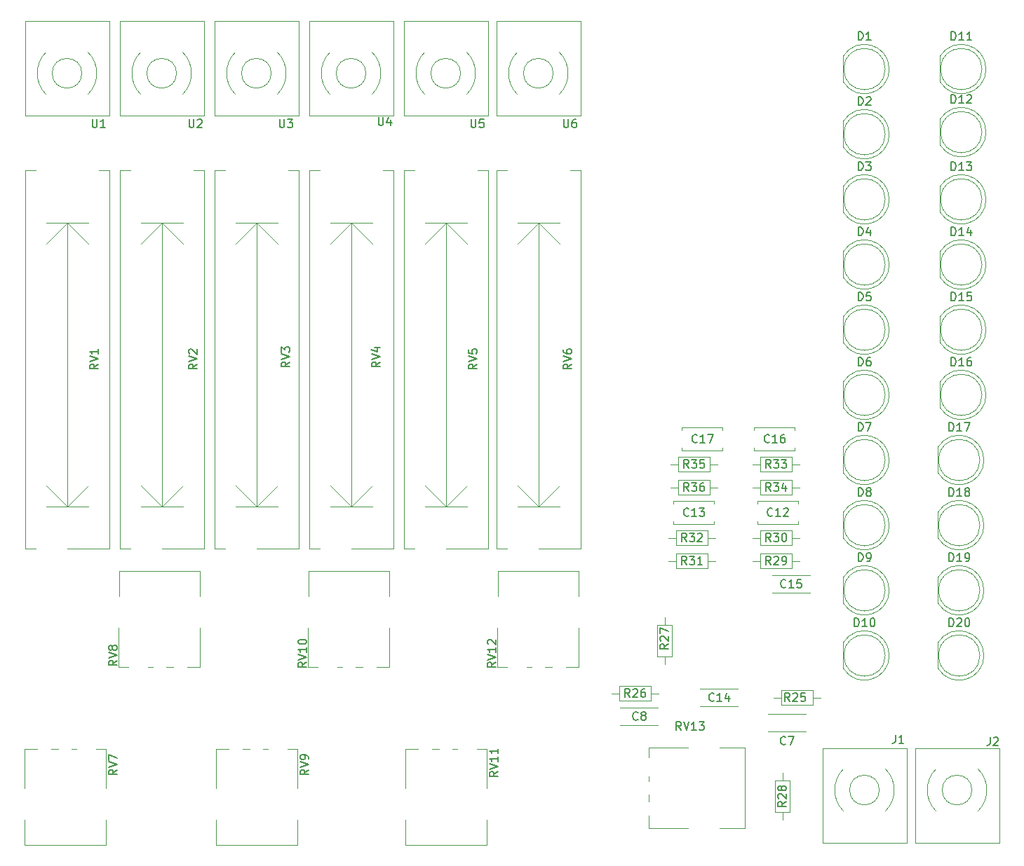
<source format=gbr>
%TF.GenerationSoftware,KiCad,Pcbnew,(5.1.10)-1*%
%TF.CreationDate,2022-02-04T18:45:48-05:00*%
%TF.ProjectId,Stereo_Mixer,53746572-656f-45f4-9d69-7865722e6b69,rev?*%
%TF.SameCoordinates,Original*%
%TF.FileFunction,Legend,Top*%
%TF.FilePolarity,Positive*%
%FSLAX46Y46*%
G04 Gerber Fmt 4.6, Leading zero omitted, Abs format (unit mm)*
G04 Created by KiCad (PCBNEW (5.1.10)-1) date 2022-02-04 18:45:48*
%MOMM*%
%LPD*%
G01*
G04 APERTURE LIST*
%ADD10C,0.120000*%
%ADD11C,0.150000*%
G04 APERTURE END LIST*
D10*
%TO.C,C12*%
X224934000Y-78525000D02*
X224934000Y-78840000D01*
X224934000Y-76100000D02*
X224934000Y-76415000D01*
X219994000Y-78525000D02*
X219994000Y-78840000D01*
X219994000Y-76100000D02*
X219994000Y-76415000D01*
X219994000Y-78840000D02*
X224934000Y-78840000D01*
X219994000Y-76100000D02*
X224934000Y-76100000D01*
%TO.C,R29*%
X225120000Y-83312000D02*
X224170000Y-83312000D01*
X219380000Y-83312000D02*
X220330000Y-83312000D01*
X224170000Y-82392000D02*
X220330000Y-82392000D01*
X224170000Y-84232000D02*
X224170000Y-82392000D01*
X220330000Y-84232000D02*
X224170000Y-84232000D01*
X220330000Y-82392000D02*
X220330000Y-84232000D01*
%TO.C,R30*%
X220330000Y-79598000D02*
X220330000Y-81438000D01*
X220330000Y-81438000D02*
X224170000Y-81438000D01*
X224170000Y-81438000D02*
X224170000Y-79598000D01*
X224170000Y-79598000D02*
X220330000Y-79598000D01*
X219380000Y-80518000D02*
X220330000Y-80518000D01*
X225120000Y-80518000D02*
X224170000Y-80518000D01*
%TO.C,R33*%
X225120000Y-71628000D02*
X224170000Y-71628000D01*
X219380000Y-71628000D02*
X220330000Y-71628000D01*
X224170000Y-70708000D02*
X220330000Y-70708000D01*
X224170000Y-72548000D02*
X224170000Y-70708000D01*
X220330000Y-72548000D02*
X224170000Y-72548000D01*
X220330000Y-70708000D02*
X220330000Y-72548000D01*
%TO.C,R34*%
X220330000Y-73502000D02*
X220330000Y-75342000D01*
X220330000Y-75342000D02*
X224170000Y-75342000D01*
X224170000Y-75342000D02*
X224170000Y-73502000D01*
X224170000Y-73502000D02*
X220330000Y-73502000D01*
X219380000Y-74422000D02*
X220330000Y-74422000D01*
X225120000Y-74422000D02*
X224170000Y-74422000D01*
%TO.C,C7*%
X221290000Y-101815000D02*
X221290000Y-101800000D01*
X221290000Y-103940000D02*
X221290000Y-103925000D01*
X225830000Y-101815000D02*
X225830000Y-101800000D01*
X225830000Y-103940000D02*
X225830000Y-103925000D01*
X225830000Y-101800000D02*
X221290000Y-101800000D01*
X225830000Y-103940000D02*
X221290000Y-103940000D01*
%TO.C,C8*%
X203430000Y-101038000D02*
X207970000Y-101038000D01*
X203430000Y-103178000D02*
X207970000Y-103178000D01*
X203430000Y-101038000D02*
X203430000Y-101053000D01*
X203430000Y-103163000D02*
X203430000Y-103178000D01*
X207970000Y-101038000D02*
X207970000Y-101053000D01*
X207970000Y-103163000D02*
X207970000Y-103178000D01*
%TO.C,C13*%
X209834000Y-76100000D02*
X214774000Y-76100000D01*
X209834000Y-78840000D02*
X214774000Y-78840000D01*
X209834000Y-76100000D02*
X209834000Y-76415000D01*
X209834000Y-78525000D02*
X209834000Y-78840000D01*
X214774000Y-76100000D02*
X214774000Y-76415000D01*
X214774000Y-78525000D02*
X214774000Y-78840000D01*
%TO.C,C14*%
X213082000Y-98752000D02*
X217622000Y-98752000D01*
X213082000Y-100892000D02*
X217622000Y-100892000D01*
X213082000Y-98752000D02*
X213082000Y-98767000D01*
X213082000Y-100877000D02*
X213082000Y-100892000D01*
X217622000Y-98752000D02*
X217622000Y-98767000D01*
X217622000Y-100877000D02*
X217622000Y-100892000D01*
%TO.C,C15*%
X226338000Y-87176000D02*
X221798000Y-87176000D01*
X226338000Y-85036000D02*
X221798000Y-85036000D01*
X226338000Y-87176000D02*
X226338000Y-87161000D01*
X226338000Y-85051000D02*
X226338000Y-85036000D01*
X221798000Y-87176000D02*
X221798000Y-87161000D01*
X221798000Y-85051000D02*
X221798000Y-85036000D01*
%TO.C,C16*%
X219566000Y-67210000D02*
X224506000Y-67210000D01*
X219566000Y-69950000D02*
X224506000Y-69950000D01*
X219566000Y-67210000D02*
X219566000Y-67525000D01*
X219566000Y-69635000D02*
X219566000Y-69950000D01*
X224506000Y-67210000D02*
X224506000Y-67525000D01*
X224506000Y-69635000D02*
X224506000Y-69950000D01*
%TO.C,C17*%
X215790000Y-69635000D02*
X215790000Y-69950000D01*
X215790000Y-67210000D02*
X215790000Y-67525000D01*
X210850000Y-69635000D02*
X210850000Y-69950000D01*
X210850000Y-67210000D02*
X210850000Y-67525000D01*
X210850000Y-69950000D02*
X215790000Y-69950000D01*
X210850000Y-67210000D02*
X215790000Y-67210000D01*
%TO.C,D1*%
X235418000Y-23876000D02*
G75*
G03*
X235418000Y-23876000I-2500000J0D01*
G01*
X230358000Y-22331000D02*
X230358000Y-25421000D01*
X235908000Y-23876462D02*
G75*
G03*
X230358000Y-22331170I-2990000J462D01*
G01*
X235908000Y-23875538D02*
G75*
G02*
X230358000Y-25420830I-2990000J-462D01*
G01*
%TO.C,D2*%
X235418000Y-31750000D02*
G75*
G03*
X235418000Y-31750000I-2500000J0D01*
G01*
X230358000Y-30205000D02*
X230358000Y-33295000D01*
X235908000Y-31750462D02*
G75*
G03*
X230358000Y-30205170I-2990000J462D01*
G01*
X235908000Y-31749538D02*
G75*
G02*
X230358000Y-33294830I-2990000J-462D01*
G01*
%TO.C,D3*%
X235418000Y-39624000D02*
G75*
G03*
X235418000Y-39624000I-2500000J0D01*
G01*
X230358000Y-38079000D02*
X230358000Y-41169000D01*
X235908000Y-39624462D02*
G75*
G03*
X230358000Y-38079170I-2990000J462D01*
G01*
X235908000Y-39623538D02*
G75*
G02*
X230358000Y-41168830I-2990000J-462D01*
G01*
%TO.C,D4*%
X230358000Y-45953000D02*
X230358000Y-49043000D01*
X235418000Y-47498000D02*
G75*
G03*
X235418000Y-47498000I-2500000J0D01*
G01*
X235908000Y-47497538D02*
G75*
G02*
X230358000Y-49042830I-2990000J-462D01*
G01*
X235908000Y-47498462D02*
G75*
G03*
X230358000Y-45953170I-2990000J462D01*
G01*
%TO.C,D5*%
X230358000Y-53827000D02*
X230358000Y-56917000D01*
X235418000Y-55372000D02*
G75*
G03*
X235418000Y-55372000I-2500000J0D01*
G01*
X235908000Y-55371538D02*
G75*
G02*
X230358000Y-56916830I-2990000J-462D01*
G01*
X235908000Y-55372462D02*
G75*
G03*
X230358000Y-53827170I-2990000J462D01*
G01*
%TO.C,D6*%
X230358000Y-61701000D02*
X230358000Y-64791000D01*
X235418000Y-63246000D02*
G75*
G03*
X235418000Y-63246000I-2500000J0D01*
G01*
X235908000Y-63245538D02*
G75*
G02*
X230358000Y-64790830I-2990000J-462D01*
G01*
X235908000Y-63246462D02*
G75*
G03*
X230358000Y-61701170I-2990000J462D01*
G01*
%TO.C,D7*%
X235418000Y-71120000D02*
G75*
G03*
X235418000Y-71120000I-2500000J0D01*
G01*
X230358000Y-69575000D02*
X230358000Y-72665000D01*
X235908000Y-71120462D02*
G75*
G03*
X230358000Y-69575170I-2990000J462D01*
G01*
X235908000Y-71119538D02*
G75*
G02*
X230358000Y-72664830I-2990000J-462D01*
G01*
%TO.C,D8*%
X230358000Y-77449000D02*
X230358000Y-80539000D01*
X235418000Y-78994000D02*
G75*
G03*
X235418000Y-78994000I-2500000J0D01*
G01*
X235908000Y-78993538D02*
G75*
G02*
X230358000Y-80538830I-2990000J-462D01*
G01*
X235908000Y-78994462D02*
G75*
G03*
X230358000Y-77449170I-2990000J462D01*
G01*
%TO.C,D9*%
X235418000Y-86868000D02*
G75*
G03*
X235418000Y-86868000I-2500000J0D01*
G01*
X230358000Y-85323000D02*
X230358000Y-88413000D01*
X235908000Y-86868462D02*
G75*
G03*
X230358000Y-85323170I-2990000J462D01*
G01*
X235908000Y-86867538D02*
G75*
G02*
X230358000Y-88412830I-2990000J-462D01*
G01*
%TO.C,D10*%
X230358000Y-93197000D02*
X230358000Y-96287000D01*
X235418000Y-94742000D02*
G75*
G03*
X235418000Y-94742000I-2500000J0D01*
G01*
X235908000Y-94741538D02*
G75*
G02*
X230358000Y-96286830I-2990000J-462D01*
G01*
X235908000Y-94742462D02*
G75*
G03*
X230358000Y-93197170I-2990000J462D01*
G01*
%TO.C,D11*%
X247102000Y-23876000D02*
G75*
G03*
X247102000Y-23876000I-2500000J0D01*
G01*
X242042000Y-22331000D02*
X242042000Y-25421000D01*
X247592000Y-23876462D02*
G75*
G03*
X242042000Y-22331170I-2990000J462D01*
G01*
X247592000Y-23875538D02*
G75*
G02*
X242042000Y-25420830I-2990000J-462D01*
G01*
%TO.C,D12*%
X242042000Y-29951000D02*
X242042000Y-33041000D01*
X247102000Y-31496000D02*
G75*
G03*
X247102000Y-31496000I-2500000J0D01*
G01*
X247592000Y-31495538D02*
G75*
G02*
X242042000Y-33040830I-2990000J-462D01*
G01*
X247592000Y-31496462D02*
G75*
G03*
X242042000Y-29951170I-2990000J462D01*
G01*
%TO.C,D13*%
X247102000Y-39624000D02*
G75*
G03*
X247102000Y-39624000I-2500000J0D01*
G01*
X242042000Y-38079000D02*
X242042000Y-41169000D01*
X247592000Y-39624462D02*
G75*
G03*
X242042000Y-38079170I-2990000J462D01*
G01*
X247592000Y-39623538D02*
G75*
G02*
X242042000Y-41168830I-2990000J-462D01*
G01*
%TO.C,D14*%
X242042000Y-45953000D02*
X242042000Y-49043000D01*
X247102000Y-47498000D02*
G75*
G03*
X247102000Y-47498000I-2500000J0D01*
G01*
X247592000Y-47497538D02*
G75*
G02*
X242042000Y-49042830I-2990000J-462D01*
G01*
X247592000Y-47498462D02*
G75*
G03*
X242042000Y-45953170I-2990000J462D01*
G01*
%TO.C,D15*%
X247102000Y-55372000D02*
G75*
G03*
X247102000Y-55372000I-2500000J0D01*
G01*
X242042000Y-53827000D02*
X242042000Y-56917000D01*
X247592000Y-55372462D02*
G75*
G03*
X242042000Y-53827170I-2990000J462D01*
G01*
X247592000Y-55371538D02*
G75*
G02*
X242042000Y-56916830I-2990000J-462D01*
G01*
%TO.C,D16*%
X242042000Y-61701000D02*
X242042000Y-64791000D01*
X247102000Y-63246000D02*
G75*
G03*
X247102000Y-63246000I-2500000J0D01*
G01*
X247592000Y-63245538D02*
G75*
G02*
X242042000Y-64790830I-2990000J-462D01*
G01*
X247592000Y-63246462D02*
G75*
G03*
X242042000Y-61701170I-2990000J462D01*
G01*
%TO.C,D17*%
X246848000Y-71120000D02*
G75*
G03*
X246848000Y-71120000I-2500000J0D01*
G01*
X241788000Y-69575000D02*
X241788000Y-72665000D01*
X247338000Y-71120462D02*
G75*
G03*
X241788000Y-69575170I-2990000J462D01*
G01*
X247338000Y-71119538D02*
G75*
G02*
X241788000Y-72664830I-2990000J-462D01*
G01*
%TO.C,D18*%
X241788000Y-77449000D02*
X241788000Y-80539000D01*
X246848000Y-78994000D02*
G75*
G03*
X246848000Y-78994000I-2500000J0D01*
G01*
X247338000Y-78993538D02*
G75*
G02*
X241788000Y-80538830I-2990000J-462D01*
G01*
X247338000Y-78994462D02*
G75*
G03*
X241788000Y-77449170I-2990000J462D01*
G01*
%TO.C,D19*%
X246848000Y-86868000D02*
G75*
G03*
X246848000Y-86868000I-2500000J0D01*
G01*
X241788000Y-85323000D02*
X241788000Y-88413000D01*
X247338000Y-86868462D02*
G75*
G03*
X241788000Y-85323170I-2990000J462D01*
G01*
X247338000Y-86867538D02*
G75*
G02*
X241788000Y-88412830I-2990000J-462D01*
G01*
%TO.C,D20*%
X241788000Y-93197000D02*
X241788000Y-96287000D01*
X246848000Y-94742000D02*
G75*
G03*
X246848000Y-94742000I-2500000J0D01*
G01*
X247338000Y-94741538D02*
G75*
G02*
X241788000Y-96286830I-2990000J-462D01*
G01*
X247338000Y-94742462D02*
G75*
G03*
X241788000Y-93197170I-2990000J462D01*
G01*
%TO.C,J1*%
X234714051Y-110998000D02*
G75*
G03*
X234714051Y-110998000I-1796051J0D01*
G01*
X227838000Y-117348000D02*
X237998000Y-117348000D01*
X237998000Y-117348000D02*
X237998000Y-105918000D01*
X237998000Y-105918000D02*
X227838000Y-105918000D01*
X227838000Y-105918000D02*
X227838000Y-117348000D01*
X235457999Y-108458001D02*
G75*
G02*
X235457999Y-113537999I-2539999J-2539999D01*
G01*
X230378001Y-113537999D02*
G75*
G02*
X230378001Y-108458001I2539999J2539999D01*
G01*
%TO.C,J2*%
X239014000Y-105918000D02*
X239014000Y-117348000D01*
X249174000Y-105918000D02*
X239014000Y-105918000D01*
X249174000Y-117348000D02*
X249174000Y-105918000D01*
X239014000Y-117348000D02*
X249174000Y-117348000D01*
X245890051Y-110998000D02*
G75*
G03*
X245890051Y-110998000I-1796051J0D01*
G01*
X241554001Y-113537999D02*
G75*
G02*
X241554001Y-108458001I2539999J2539999D01*
G01*
X246633999Y-108458001D02*
G75*
G02*
X246633999Y-113537999I-2539999J-2539999D01*
G01*
%TO.C,R25*%
X226710000Y-100742000D02*
X226710000Y-98902000D01*
X226710000Y-98902000D02*
X222870000Y-98902000D01*
X222870000Y-98902000D02*
X222870000Y-100742000D01*
X222870000Y-100742000D02*
X226710000Y-100742000D01*
X227660000Y-99822000D02*
X226710000Y-99822000D01*
X221920000Y-99822000D02*
X222870000Y-99822000D01*
%TO.C,R26*%
X208102000Y-99314000D02*
X207152000Y-99314000D01*
X202362000Y-99314000D02*
X203312000Y-99314000D01*
X207152000Y-98394000D02*
X203312000Y-98394000D01*
X207152000Y-100234000D02*
X207152000Y-98394000D01*
X203312000Y-100234000D02*
X207152000Y-100234000D01*
X203312000Y-98394000D02*
X203312000Y-100234000D01*
%TO.C,R27*%
X209708000Y-91044000D02*
X207868000Y-91044000D01*
X207868000Y-91044000D02*
X207868000Y-94884000D01*
X207868000Y-94884000D02*
X209708000Y-94884000D01*
X209708000Y-94884000D02*
X209708000Y-91044000D01*
X208788000Y-90094000D02*
X208788000Y-91044000D01*
X208788000Y-95834000D02*
X208788000Y-94884000D01*
%TO.C,R28*%
X223012000Y-114630000D02*
X223012000Y-113680000D01*
X223012000Y-108890000D02*
X223012000Y-109840000D01*
X223932000Y-113680000D02*
X223932000Y-109840000D01*
X222092000Y-113680000D02*
X223932000Y-113680000D01*
X222092000Y-109840000D02*
X222092000Y-113680000D01*
X223932000Y-109840000D02*
X222092000Y-109840000D01*
%TO.C,R31*%
X210170000Y-82392000D02*
X210170000Y-84232000D01*
X210170000Y-84232000D02*
X214010000Y-84232000D01*
X214010000Y-84232000D02*
X214010000Y-82392000D01*
X214010000Y-82392000D02*
X210170000Y-82392000D01*
X209220000Y-83312000D02*
X210170000Y-83312000D01*
X214960000Y-83312000D02*
X214010000Y-83312000D01*
%TO.C,R32*%
X214960000Y-80518000D02*
X214010000Y-80518000D01*
X209220000Y-80518000D02*
X210170000Y-80518000D01*
X214010000Y-79598000D02*
X210170000Y-79598000D01*
X214010000Y-81438000D02*
X214010000Y-79598000D01*
X210170000Y-81438000D02*
X214010000Y-81438000D01*
X210170000Y-79598000D02*
X210170000Y-81438000D01*
%TO.C,R35*%
X215214000Y-71628000D02*
X214264000Y-71628000D01*
X209474000Y-71628000D02*
X210424000Y-71628000D01*
X214264000Y-70708000D02*
X210424000Y-70708000D01*
X214264000Y-72548000D02*
X214264000Y-70708000D01*
X210424000Y-72548000D02*
X214264000Y-72548000D01*
X210424000Y-70708000D02*
X210424000Y-72548000D01*
%TO.C,R36*%
X210424000Y-73502000D02*
X210424000Y-75342000D01*
X210424000Y-75342000D02*
X214264000Y-75342000D01*
X214264000Y-75342000D02*
X214264000Y-73502000D01*
X214264000Y-73502000D02*
X210424000Y-73502000D01*
X209474000Y-74422000D02*
X210424000Y-74422000D01*
X215214000Y-74422000D02*
X214264000Y-74422000D01*
%TO.C,RV7*%
X134778000Y-106036000D02*
X135608000Y-106036000D01*
X137228000Y-106036000D02*
X137758000Y-106036000D01*
X140128000Y-106036000D02*
X141308000Y-106036000D01*
X131568000Y-106036000D02*
X131568000Y-110756000D01*
X141308000Y-114566000D02*
X141308000Y-117626000D01*
X141318000Y-106036000D02*
X141318000Y-110756000D01*
X131568000Y-114566000D02*
X131568000Y-117626000D01*
X131568000Y-106036000D02*
X133058000Y-106036000D01*
X131568000Y-117626000D02*
X141308000Y-117626000D01*
%TO.C,RV8*%
X152658000Y-84558000D02*
X142918000Y-84558000D01*
X152658000Y-96148000D02*
X151168000Y-96148000D01*
X152658000Y-87618000D02*
X152658000Y-84558000D01*
X142908000Y-96148000D02*
X142908000Y-91428000D01*
X142918000Y-87618000D02*
X142918000Y-84558000D01*
X152658000Y-96148000D02*
X152658000Y-91428000D01*
X144098000Y-96148000D02*
X142918000Y-96148000D01*
X146998000Y-96148000D02*
X146468000Y-96148000D01*
X149448000Y-96148000D02*
X148618000Y-96148000D01*
%TO.C,RV9*%
X157892000Y-106036000D02*
X158722000Y-106036000D01*
X160342000Y-106036000D02*
X160872000Y-106036000D01*
X163242000Y-106036000D02*
X164422000Y-106036000D01*
X154682000Y-106036000D02*
X154682000Y-110756000D01*
X164422000Y-114566000D02*
X164422000Y-117626000D01*
X164432000Y-106036000D02*
X164432000Y-110756000D01*
X154682000Y-114566000D02*
X154682000Y-117626000D01*
X154682000Y-106036000D02*
X156172000Y-106036000D01*
X154682000Y-117626000D02*
X164422000Y-117626000D01*
%TO.C,RV10*%
X172308000Y-96148000D02*
X171478000Y-96148000D01*
X169858000Y-96148000D02*
X169328000Y-96148000D01*
X166958000Y-96148000D02*
X165778000Y-96148000D01*
X175518000Y-96148000D02*
X175518000Y-91428000D01*
X165778000Y-87618000D02*
X165778000Y-84558000D01*
X165768000Y-96148000D02*
X165768000Y-91428000D01*
X175518000Y-87618000D02*
X175518000Y-84558000D01*
X175518000Y-96148000D02*
X174028000Y-96148000D01*
X175518000Y-84558000D02*
X165778000Y-84558000D01*
%TO.C,RV11*%
X180752000Y-106036000D02*
X181582000Y-106036000D01*
X183202000Y-106036000D02*
X183732000Y-106036000D01*
X186102000Y-106036000D02*
X187282000Y-106036000D01*
X177542000Y-106036000D02*
X177542000Y-110756000D01*
X187282000Y-114566000D02*
X187282000Y-117626000D01*
X187292000Y-106036000D02*
X187292000Y-110756000D01*
X177542000Y-114566000D02*
X177542000Y-117626000D01*
X177542000Y-106036000D02*
X179032000Y-106036000D01*
X177542000Y-117626000D02*
X187282000Y-117626000D01*
%TO.C,RV12*%
X195168000Y-96148000D02*
X194338000Y-96148000D01*
X192718000Y-96148000D02*
X192188000Y-96148000D01*
X189818000Y-96148000D02*
X188638000Y-96148000D01*
X198378000Y-96148000D02*
X198378000Y-91428000D01*
X188638000Y-87618000D02*
X188638000Y-84558000D01*
X188628000Y-96148000D02*
X188628000Y-91428000D01*
X198378000Y-87618000D02*
X198378000Y-84558000D01*
X198378000Y-96148000D02*
X196888000Y-96148000D01*
X198378000Y-84558000D02*
X188638000Y-84558000D01*
%TO.C,RV13*%
X206874000Y-112364000D02*
X206874000Y-111534000D01*
X206874000Y-109914000D02*
X206874000Y-109384000D01*
X206874000Y-107014000D02*
X206874000Y-105834000D01*
X206874000Y-115574000D02*
X211594000Y-115574000D01*
X215404000Y-105834000D02*
X218464000Y-105834000D01*
X206874000Y-105834000D02*
X211594000Y-105834000D01*
X215404000Y-115574000D02*
X218464000Y-115574000D01*
X206874000Y-115574000D02*
X206874000Y-114084000D01*
X218464000Y-115574000D02*
X218464000Y-105834000D01*
%TO.C,U1*%
X141732000Y-29464000D02*
X141732000Y-18034000D01*
X131572000Y-29464000D02*
X141732000Y-29464000D01*
X131572000Y-18034000D02*
X131572000Y-29464000D01*
X141732000Y-18034000D02*
X131572000Y-18034000D01*
X138448051Y-24384000D02*
G75*
G03*
X138448051Y-24384000I-1796051J0D01*
G01*
X139191999Y-21844001D02*
G75*
G02*
X139191999Y-26923999I-2539999J-2539999D01*
G01*
X134112001Y-26923999D02*
G75*
G02*
X134112001Y-21844001I2539999J2539999D01*
G01*
%TO.C,U2*%
X149878051Y-24384000D02*
G75*
G03*
X149878051Y-24384000I-1796051J0D01*
G01*
X153162000Y-18034000D02*
X143002000Y-18034000D01*
X143002000Y-18034000D02*
X143002000Y-29464000D01*
X143002000Y-29464000D02*
X153162000Y-29464000D01*
X153162000Y-29464000D02*
X153162000Y-18034000D01*
X145542001Y-26923999D02*
G75*
G02*
X145542001Y-21844001I2539999J2539999D01*
G01*
X150621999Y-21844001D02*
G75*
G02*
X150621999Y-26923999I-2539999J-2539999D01*
G01*
%TO.C,U3*%
X161308051Y-24384000D02*
G75*
G03*
X161308051Y-24384000I-1796051J0D01*
G01*
X164592000Y-18034000D02*
X154432000Y-18034000D01*
X154432000Y-18034000D02*
X154432000Y-29464000D01*
X154432000Y-29464000D02*
X164592000Y-29464000D01*
X164592000Y-29464000D02*
X164592000Y-18034000D01*
X156972001Y-26923999D02*
G75*
G02*
X156972001Y-21844001I2539999J2539999D01*
G01*
X162051999Y-21844001D02*
G75*
G02*
X162051999Y-26923999I-2539999J-2539999D01*
G01*
%TO.C,U4*%
X176022000Y-29464000D02*
X176022000Y-18034000D01*
X165862000Y-29464000D02*
X176022000Y-29464000D01*
X165862000Y-18034000D02*
X165862000Y-29464000D01*
X176022000Y-18034000D02*
X165862000Y-18034000D01*
X172738051Y-24384000D02*
G75*
G03*
X172738051Y-24384000I-1796051J0D01*
G01*
X173481999Y-21844001D02*
G75*
G02*
X173481999Y-26923999I-2539999J-2539999D01*
G01*
X168402001Y-26923999D02*
G75*
G02*
X168402001Y-21844001I2539999J2539999D01*
G01*
%TO.C,U5*%
X184168051Y-24384000D02*
G75*
G03*
X184168051Y-24384000I-1796051J0D01*
G01*
X187452000Y-18034000D02*
X177292000Y-18034000D01*
X177292000Y-18034000D02*
X177292000Y-29464000D01*
X177292000Y-29464000D02*
X187452000Y-29464000D01*
X187452000Y-29464000D02*
X187452000Y-18034000D01*
X179832001Y-26923999D02*
G75*
G02*
X179832001Y-21844001I2539999J2539999D01*
G01*
X184911999Y-21844001D02*
G75*
G02*
X184911999Y-26923999I-2539999J-2539999D01*
G01*
%TO.C,U6*%
X198628000Y-29464000D02*
X198628000Y-18034000D01*
X188468000Y-29464000D02*
X198628000Y-29464000D01*
X188468000Y-18034000D02*
X188468000Y-29464000D01*
X198628000Y-18034000D02*
X188468000Y-18034000D01*
X195344051Y-24384000D02*
G75*
G03*
X195344051Y-24384000I-1796051J0D01*
G01*
X196087999Y-21844001D02*
G75*
G02*
X196087999Y-26923999I-2539999J-2539999D01*
G01*
X191008001Y-26923999D02*
G75*
G02*
X191008001Y-21844001I2539999J2539999D01*
G01*
%TO.C,RV1*%
X136652000Y-76708000D02*
X134112000Y-74168000D01*
X139192000Y-74168000D02*
X136652000Y-76708000D01*
X136652000Y-42418000D02*
X134112000Y-44958000D01*
X136652000Y-42418000D02*
X139192000Y-44958000D01*
X136652000Y-42418000D02*
X136652000Y-76708000D01*
X139192000Y-76708000D02*
X134112000Y-76708000D01*
X139192000Y-42418000D02*
X134112000Y-42418000D01*
X131572000Y-36068000D02*
X132842000Y-36068000D01*
X131572000Y-81788000D02*
X131572000Y-36068000D01*
X132842000Y-81788000D02*
X131572000Y-81788000D01*
X141732000Y-81788000D02*
X136652000Y-81788000D01*
X141732000Y-36068000D02*
X141732000Y-81788000D01*
X140462000Y-36068000D02*
X141732000Y-36068000D01*
%TO.C,RV2*%
X148082000Y-76708000D02*
X145542000Y-74168000D01*
X150622000Y-74168000D02*
X148082000Y-76708000D01*
X148082000Y-42418000D02*
X145542000Y-44958000D01*
X148082000Y-42418000D02*
X150622000Y-44958000D01*
X148082000Y-42418000D02*
X148082000Y-76708000D01*
X150622000Y-76708000D02*
X145542000Y-76708000D01*
X150622000Y-42418000D02*
X145542000Y-42418000D01*
X143002000Y-36068000D02*
X144272000Y-36068000D01*
X143002000Y-81788000D02*
X143002000Y-36068000D01*
X144272000Y-81788000D02*
X143002000Y-81788000D01*
X153162000Y-81788000D02*
X148082000Y-81788000D01*
X153162000Y-36068000D02*
X153162000Y-81788000D01*
X151892000Y-36068000D02*
X153162000Y-36068000D01*
%TO.C,RV3*%
X159512000Y-76708000D02*
X156972000Y-74168000D01*
X162052000Y-74168000D02*
X159512000Y-76708000D01*
X159512000Y-42418000D02*
X156972000Y-44958000D01*
X159512000Y-42418000D02*
X162052000Y-44958000D01*
X159512000Y-42418000D02*
X159512000Y-76708000D01*
X162052000Y-76708000D02*
X156972000Y-76708000D01*
X162052000Y-42418000D02*
X156972000Y-42418000D01*
X154432000Y-36068000D02*
X155702000Y-36068000D01*
X154432000Y-81788000D02*
X154432000Y-36068000D01*
X155702000Y-81788000D02*
X154432000Y-81788000D01*
X164592000Y-81788000D02*
X159512000Y-81788000D01*
X164592000Y-36068000D02*
X164592000Y-81788000D01*
X163322000Y-36068000D02*
X164592000Y-36068000D01*
%TO.C,RV4*%
X174752000Y-36068000D02*
X176022000Y-36068000D01*
X176022000Y-36068000D02*
X176022000Y-81788000D01*
X176022000Y-81788000D02*
X170942000Y-81788000D01*
X167132000Y-81788000D02*
X165862000Y-81788000D01*
X165862000Y-81788000D02*
X165862000Y-36068000D01*
X165862000Y-36068000D02*
X167132000Y-36068000D01*
X173482000Y-42418000D02*
X168402000Y-42418000D01*
X173482000Y-76708000D02*
X168402000Y-76708000D01*
X170942000Y-42418000D02*
X170942000Y-76708000D01*
X170942000Y-42418000D02*
X173482000Y-44958000D01*
X170942000Y-42418000D02*
X168402000Y-44958000D01*
X173482000Y-74168000D02*
X170942000Y-76708000D01*
X170942000Y-76708000D02*
X168402000Y-74168000D01*
%TO.C,RV5*%
X186182000Y-36068000D02*
X187452000Y-36068000D01*
X187452000Y-36068000D02*
X187452000Y-81788000D01*
X187452000Y-81788000D02*
X182372000Y-81788000D01*
X178562000Y-81788000D02*
X177292000Y-81788000D01*
X177292000Y-81788000D02*
X177292000Y-36068000D01*
X177292000Y-36068000D02*
X178562000Y-36068000D01*
X184912000Y-42418000D02*
X179832000Y-42418000D01*
X184912000Y-76708000D02*
X179832000Y-76708000D01*
X182372000Y-42418000D02*
X182372000Y-76708000D01*
X182372000Y-42418000D02*
X184912000Y-44958000D01*
X182372000Y-42418000D02*
X179832000Y-44958000D01*
X184912000Y-74168000D02*
X182372000Y-76708000D01*
X182372000Y-76708000D02*
X179832000Y-74168000D01*
%TO.C,RV6*%
X197358000Y-36068000D02*
X198628000Y-36068000D01*
X198628000Y-36068000D02*
X198628000Y-81788000D01*
X198628000Y-81788000D02*
X193548000Y-81788000D01*
X189738000Y-81788000D02*
X188468000Y-81788000D01*
X188468000Y-81788000D02*
X188468000Y-36068000D01*
X188468000Y-36068000D02*
X189738000Y-36068000D01*
X196088000Y-42418000D02*
X191008000Y-42418000D01*
X196088000Y-76708000D02*
X191008000Y-76708000D01*
X193548000Y-42418000D02*
X193548000Y-76708000D01*
X193548000Y-42418000D02*
X196088000Y-44958000D01*
X193548000Y-42418000D02*
X191008000Y-44958000D01*
X196088000Y-74168000D02*
X193548000Y-76708000D01*
X193548000Y-76708000D02*
X191008000Y-74168000D01*
%TO.C,C12*%
D11*
X221821142Y-77827142D02*
X221773523Y-77874761D01*
X221630666Y-77922380D01*
X221535428Y-77922380D01*
X221392571Y-77874761D01*
X221297333Y-77779523D01*
X221249714Y-77684285D01*
X221202095Y-77493809D01*
X221202095Y-77350952D01*
X221249714Y-77160476D01*
X221297333Y-77065238D01*
X221392571Y-76970000D01*
X221535428Y-76922380D01*
X221630666Y-76922380D01*
X221773523Y-76970000D01*
X221821142Y-77017619D01*
X222773523Y-77922380D02*
X222202095Y-77922380D01*
X222487809Y-77922380D02*
X222487809Y-76922380D01*
X222392571Y-77065238D01*
X222297333Y-77160476D01*
X222202095Y-77208095D01*
X223154476Y-77017619D02*
X223202095Y-76970000D01*
X223297333Y-76922380D01*
X223535428Y-76922380D01*
X223630666Y-76970000D01*
X223678285Y-77017619D01*
X223725904Y-77112857D01*
X223725904Y-77208095D01*
X223678285Y-77350952D01*
X223106857Y-77922380D01*
X223725904Y-77922380D01*
%TO.C,R29*%
X221607142Y-83764380D02*
X221273809Y-83288190D01*
X221035714Y-83764380D02*
X221035714Y-82764380D01*
X221416666Y-82764380D01*
X221511904Y-82812000D01*
X221559523Y-82859619D01*
X221607142Y-82954857D01*
X221607142Y-83097714D01*
X221559523Y-83192952D01*
X221511904Y-83240571D01*
X221416666Y-83288190D01*
X221035714Y-83288190D01*
X221988095Y-82859619D02*
X222035714Y-82812000D01*
X222130952Y-82764380D01*
X222369047Y-82764380D01*
X222464285Y-82812000D01*
X222511904Y-82859619D01*
X222559523Y-82954857D01*
X222559523Y-83050095D01*
X222511904Y-83192952D01*
X221940476Y-83764380D01*
X222559523Y-83764380D01*
X223035714Y-83764380D02*
X223226190Y-83764380D01*
X223321428Y-83716761D01*
X223369047Y-83669142D01*
X223464285Y-83526285D01*
X223511904Y-83335809D01*
X223511904Y-82954857D01*
X223464285Y-82859619D01*
X223416666Y-82812000D01*
X223321428Y-82764380D01*
X223130952Y-82764380D01*
X223035714Y-82812000D01*
X222988095Y-82859619D01*
X222940476Y-82954857D01*
X222940476Y-83192952D01*
X222988095Y-83288190D01*
X223035714Y-83335809D01*
X223130952Y-83383428D01*
X223321428Y-83383428D01*
X223416666Y-83335809D01*
X223464285Y-83288190D01*
X223511904Y-83192952D01*
%TO.C,R30*%
X221607142Y-80970380D02*
X221273809Y-80494190D01*
X221035714Y-80970380D02*
X221035714Y-79970380D01*
X221416666Y-79970380D01*
X221511904Y-80018000D01*
X221559523Y-80065619D01*
X221607142Y-80160857D01*
X221607142Y-80303714D01*
X221559523Y-80398952D01*
X221511904Y-80446571D01*
X221416666Y-80494190D01*
X221035714Y-80494190D01*
X221940476Y-79970380D02*
X222559523Y-79970380D01*
X222226190Y-80351333D01*
X222369047Y-80351333D01*
X222464285Y-80398952D01*
X222511904Y-80446571D01*
X222559523Y-80541809D01*
X222559523Y-80779904D01*
X222511904Y-80875142D01*
X222464285Y-80922761D01*
X222369047Y-80970380D01*
X222083333Y-80970380D01*
X221988095Y-80922761D01*
X221940476Y-80875142D01*
X223178571Y-79970380D02*
X223273809Y-79970380D01*
X223369047Y-80018000D01*
X223416666Y-80065619D01*
X223464285Y-80160857D01*
X223511904Y-80351333D01*
X223511904Y-80589428D01*
X223464285Y-80779904D01*
X223416666Y-80875142D01*
X223369047Y-80922761D01*
X223273809Y-80970380D01*
X223178571Y-80970380D01*
X223083333Y-80922761D01*
X223035714Y-80875142D01*
X222988095Y-80779904D01*
X222940476Y-80589428D01*
X222940476Y-80351333D01*
X222988095Y-80160857D01*
X223035714Y-80065619D01*
X223083333Y-80018000D01*
X223178571Y-79970380D01*
%TO.C,R33*%
X221607142Y-72080380D02*
X221273809Y-71604190D01*
X221035714Y-72080380D02*
X221035714Y-71080380D01*
X221416666Y-71080380D01*
X221511904Y-71128000D01*
X221559523Y-71175619D01*
X221607142Y-71270857D01*
X221607142Y-71413714D01*
X221559523Y-71508952D01*
X221511904Y-71556571D01*
X221416666Y-71604190D01*
X221035714Y-71604190D01*
X221940476Y-71080380D02*
X222559523Y-71080380D01*
X222226190Y-71461333D01*
X222369047Y-71461333D01*
X222464285Y-71508952D01*
X222511904Y-71556571D01*
X222559523Y-71651809D01*
X222559523Y-71889904D01*
X222511904Y-71985142D01*
X222464285Y-72032761D01*
X222369047Y-72080380D01*
X222083333Y-72080380D01*
X221988095Y-72032761D01*
X221940476Y-71985142D01*
X222892857Y-71080380D02*
X223511904Y-71080380D01*
X223178571Y-71461333D01*
X223321428Y-71461333D01*
X223416666Y-71508952D01*
X223464285Y-71556571D01*
X223511904Y-71651809D01*
X223511904Y-71889904D01*
X223464285Y-71985142D01*
X223416666Y-72032761D01*
X223321428Y-72080380D01*
X223035714Y-72080380D01*
X222940476Y-72032761D01*
X222892857Y-71985142D01*
%TO.C,R34*%
X221607142Y-74874380D02*
X221273809Y-74398190D01*
X221035714Y-74874380D02*
X221035714Y-73874380D01*
X221416666Y-73874380D01*
X221511904Y-73922000D01*
X221559523Y-73969619D01*
X221607142Y-74064857D01*
X221607142Y-74207714D01*
X221559523Y-74302952D01*
X221511904Y-74350571D01*
X221416666Y-74398190D01*
X221035714Y-74398190D01*
X221940476Y-73874380D02*
X222559523Y-73874380D01*
X222226190Y-74255333D01*
X222369047Y-74255333D01*
X222464285Y-74302952D01*
X222511904Y-74350571D01*
X222559523Y-74445809D01*
X222559523Y-74683904D01*
X222511904Y-74779142D01*
X222464285Y-74826761D01*
X222369047Y-74874380D01*
X222083333Y-74874380D01*
X221988095Y-74826761D01*
X221940476Y-74779142D01*
X223416666Y-74207714D02*
X223416666Y-74874380D01*
X223178571Y-73826761D02*
X222940476Y-74541047D01*
X223559523Y-74541047D01*
%TO.C,C7*%
X223393333Y-105427142D02*
X223345714Y-105474761D01*
X223202857Y-105522380D01*
X223107619Y-105522380D01*
X222964761Y-105474761D01*
X222869523Y-105379523D01*
X222821904Y-105284285D01*
X222774285Y-105093809D01*
X222774285Y-104950952D01*
X222821904Y-104760476D01*
X222869523Y-104665238D01*
X222964761Y-104570000D01*
X223107619Y-104522380D01*
X223202857Y-104522380D01*
X223345714Y-104570000D01*
X223393333Y-104617619D01*
X223726666Y-104522380D02*
X224393333Y-104522380D01*
X223964761Y-105522380D01*
%TO.C,C8*%
X205573333Y-102465142D02*
X205525714Y-102512761D01*
X205382857Y-102560380D01*
X205287619Y-102560380D01*
X205144761Y-102512761D01*
X205049523Y-102417523D01*
X205001904Y-102322285D01*
X204954285Y-102131809D01*
X204954285Y-101988952D01*
X205001904Y-101798476D01*
X205049523Y-101703238D01*
X205144761Y-101608000D01*
X205287619Y-101560380D01*
X205382857Y-101560380D01*
X205525714Y-101608000D01*
X205573333Y-101655619D01*
X206144761Y-101988952D02*
X206049523Y-101941333D01*
X206001904Y-101893714D01*
X205954285Y-101798476D01*
X205954285Y-101750857D01*
X206001904Y-101655619D01*
X206049523Y-101608000D01*
X206144761Y-101560380D01*
X206335238Y-101560380D01*
X206430476Y-101608000D01*
X206478095Y-101655619D01*
X206525714Y-101750857D01*
X206525714Y-101798476D01*
X206478095Y-101893714D01*
X206430476Y-101941333D01*
X206335238Y-101988952D01*
X206144761Y-101988952D01*
X206049523Y-102036571D01*
X206001904Y-102084190D01*
X205954285Y-102179428D01*
X205954285Y-102369904D01*
X206001904Y-102465142D01*
X206049523Y-102512761D01*
X206144761Y-102560380D01*
X206335238Y-102560380D01*
X206430476Y-102512761D01*
X206478095Y-102465142D01*
X206525714Y-102369904D01*
X206525714Y-102179428D01*
X206478095Y-102084190D01*
X206430476Y-102036571D01*
X206335238Y-101988952D01*
%TO.C,C13*%
X211701142Y-77827142D02*
X211653523Y-77874761D01*
X211510666Y-77922380D01*
X211415428Y-77922380D01*
X211272571Y-77874761D01*
X211177333Y-77779523D01*
X211129714Y-77684285D01*
X211082095Y-77493809D01*
X211082095Y-77350952D01*
X211129714Y-77160476D01*
X211177333Y-77065238D01*
X211272571Y-76970000D01*
X211415428Y-76922380D01*
X211510666Y-76922380D01*
X211653523Y-76970000D01*
X211701142Y-77017619D01*
X212653523Y-77922380D02*
X212082095Y-77922380D01*
X212367809Y-77922380D02*
X212367809Y-76922380D01*
X212272571Y-77065238D01*
X212177333Y-77160476D01*
X212082095Y-77208095D01*
X212986857Y-76922380D02*
X213605904Y-76922380D01*
X213272571Y-77303333D01*
X213415428Y-77303333D01*
X213510666Y-77350952D01*
X213558285Y-77398571D01*
X213605904Y-77493809D01*
X213605904Y-77731904D01*
X213558285Y-77827142D01*
X213510666Y-77874761D01*
X213415428Y-77922380D01*
X213129714Y-77922380D01*
X213034476Y-77874761D01*
X212986857Y-77827142D01*
%TO.C,C14*%
X214749142Y-100179142D02*
X214701523Y-100226761D01*
X214558666Y-100274380D01*
X214463428Y-100274380D01*
X214320571Y-100226761D01*
X214225333Y-100131523D01*
X214177714Y-100036285D01*
X214130095Y-99845809D01*
X214130095Y-99702952D01*
X214177714Y-99512476D01*
X214225333Y-99417238D01*
X214320571Y-99322000D01*
X214463428Y-99274380D01*
X214558666Y-99274380D01*
X214701523Y-99322000D01*
X214749142Y-99369619D01*
X215701523Y-100274380D02*
X215130095Y-100274380D01*
X215415809Y-100274380D02*
X215415809Y-99274380D01*
X215320571Y-99417238D01*
X215225333Y-99512476D01*
X215130095Y-99560095D01*
X216558666Y-99607714D02*
X216558666Y-100274380D01*
X216320571Y-99226761D02*
X216082476Y-99941047D01*
X216701523Y-99941047D01*
%TO.C,C15*%
X223425142Y-86463142D02*
X223377523Y-86510761D01*
X223234666Y-86558380D01*
X223139428Y-86558380D01*
X222996571Y-86510761D01*
X222901333Y-86415523D01*
X222853714Y-86320285D01*
X222806095Y-86129809D01*
X222806095Y-85986952D01*
X222853714Y-85796476D01*
X222901333Y-85701238D01*
X222996571Y-85606000D01*
X223139428Y-85558380D01*
X223234666Y-85558380D01*
X223377523Y-85606000D01*
X223425142Y-85653619D01*
X224377523Y-86558380D02*
X223806095Y-86558380D01*
X224091809Y-86558380D02*
X224091809Y-85558380D01*
X223996571Y-85701238D01*
X223901333Y-85796476D01*
X223806095Y-85844095D01*
X225282285Y-85558380D02*
X224806095Y-85558380D01*
X224758476Y-86034571D01*
X224806095Y-85986952D01*
X224901333Y-85939333D01*
X225139428Y-85939333D01*
X225234666Y-85986952D01*
X225282285Y-86034571D01*
X225329904Y-86129809D01*
X225329904Y-86367904D01*
X225282285Y-86463142D01*
X225234666Y-86510761D01*
X225139428Y-86558380D01*
X224901333Y-86558380D01*
X224806095Y-86510761D01*
X224758476Y-86463142D01*
%TO.C,C16*%
X221433142Y-68937142D02*
X221385523Y-68984761D01*
X221242666Y-69032380D01*
X221147428Y-69032380D01*
X221004571Y-68984761D01*
X220909333Y-68889523D01*
X220861714Y-68794285D01*
X220814095Y-68603809D01*
X220814095Y-68460952D01*
X220861714Y-68270476D01*
X220909333Y-68175238D01*
X221004571Y-68080000D01*
X221147428Y-68032380D01*
X221242666Y-68032380D01*
X221385523Y-68080000D01*
X221433142Y-68127619D01*
X222385523Y-69032380D02*
X221814095Y-69032380D01*
X222099809Y-69032380D02*
X222099809Y-68032380D01*
X222004571Y-68175238D01*
X221909333Y-68270476D01*
X221814095Y-68318095D01*
X223242666Y-68032380D02*
X223052190Y-68032380D01*
X222956952Y-68080000D01*
X222909333Y-68127619D01*
X222814095Y-68270476D01*
X222766476Y-68460952D01*
X222766476Y-68841904D01*
X222814095Y-68937142D01*
X222861714Y-68984761D01*
X222956952Y-69032380D01*
X223147428Y-69032380D01*
X223242666Y-68984761D01*
X223290285Y-68937142D01*
X223337904Y-68841904D01*
X223337904Y-68603809D01*
X223290285Y-68508571D01*
X223242666Y-68460952D01*
X223147428Y-68413333D01*
X222956952Y-68413333D01*
X222861714Y-68460952D01*
X222814095Y-68508571D01*
X222766476Y-68603809D01*
%TO.C,C17*%
X212717142Y-68937142D02*
X212669523Y-68984761D01*
X212526666Y-69032380D01*
X212431428Y-69032380D01*
X212288571Y-68984761D01*
X212193333Y-68889523D01*
X212145714Y-68794285D01*
X212098095Y-68603809D01*
X212098095Y-68460952D01*
X212145714Y-68270476D01*
X212193333Y-68175238D01*
X212288571Y-68080000D01*
X212431428Y-68032380D01*
X212526666Y-68032380D01*
X212669523Y-68080000D01*
X212717142Y-68127619D01*
X213669523Y-69032380D02*
X213098095Y-69032380D01*
X213383809Y-69032380D02*
X213383809Y-68032380D01*
X213288571Y-68175238D01*
X213193333Y-68270476D01*
X213098095Y-68318095D01*
X214002857Y-68032380D02*
X214669523Y-68032380D01*
X214240952Y-69032380D01*
%TO.C,D1*%
X232179904Y-20368380D02*
X232179904Y-19368380D01*
X232418000Y-19368380D01*
X232560857Y-19416000D01*
X232656095Y-19511238D01*
X232703714Y-19606476D01*
X232751333Y-19796952D01*
X232751333Y-19939809D01*
X232703714Y-20130285D01*
X232656095Y-20225523D01*
X232560857Y-20320761D01*
X232418000Y-20368380D01*
X232179904Y-20368380D01*
X233703714Y-20368380D02*
X233132285Y-20368380D01*
X233418000Y-20368380D02*
X233418000Y-19368380D01*
X233322761Y-19511238D01*
X233227523Y-19606476D01*
X233132285Y-19654095D01*
%TO.C,D2*%
X232179904Y-28242380D02*
X232179904Y-27242380D01*
X232418000Y-27242380D01*
X232560857Y-27290000D01*
X232656095Y-27385238D01*
X232703714Y-27480476D01*
X232751333Y-27670952D01*
X232751333Y-27813809D01*
X232703714Y-28004285D01*
X232656095Y-28099523D01*
X232560857Y-28194761D01*
X232418000Y-28242380D01*
X232179904Y-28242380D01*
X233132285Y-27337619D02*
X233179904Y-27290000D01*
X233275142Y-27242380D01*
X233513238Y-27242380D01*
X233608476Y-27290000D01*
X233656095Y-27337619D01*
X233703714Y-27432857D01*
X233703714Y-27528095D01*
X233656095Y-27670952D01*
X233084666Y-28242380D01*
X233703714Y-28242380D01*
%TO.C,D3*%
X232179904Y-36116380D02*
X232179904Y-35116380D01*
X232418000Y-35116380D01*
X232560857Y-35164000D01*
X232656095Y-35259238D01*
X232703714Y-35354476D01*
X232751333Y-35544952D01*
X232751333Y-35687809D01*
X232703714Y-35878285D01*
X232656095Y-35973523D01*
X232560857Y-36068761D01*
X232418000Y-36116380D01*
X232179904Y-36116380D01*
X233084666Y-35116380D02*
X233703714Y-35116380D01*
X233370380Y-35497333D01*
X233513238Y-35497333D01*
X233608476Y-35544952D01*
X233656095Y-35592571D01*
X233703714Y-35687809D01*
X233703714Y-35925904D01*
X233656095Y-36021142D01*
X233608476Y-36068761D01*
X233513238Y-36116380D01*
X233227523Y-36116380D01*
X233132285Y-36068761D01*
X233084666Y-36021142D01*
%TO.C,D4*%
X232179904Y-43990380D02*
X232179904Y-42990380D01*
X232418000Y-42990380D01*
X232560857Y-43038000D01*
X232656095Y-43133238D01*
X232703714Y-43228476D01*
X232751333Y-43418952D01*
X232751333Y-43561809D01*
X232703714Y-43752285D01*
X232656095Y-43847523D01*
X232560857Y-43942761D01*
X232418000Y-43990380D01*
X232179904Y-43990380D01*
X233608476Y-43323714D02*
X233608476Y-43990380D01*
X233370380Y-42942761D02*
X233132285Y-43657047D01*
X233751333Y-43657047D01*
%TO.C,D5*%
X232179904Y-51864380D02*
X232179904Y-50864380D01*
X232418000Y-50864380D01*
X232560857Y-50912000D01*
X232656095Y-51007238D01*
X232703714Y-51102476D01*
X232751333Y-51292952D01*
X232751333Y-51435809D01*
X232703714Y-51626285D01*
X232656095Y-51721523D01*
X232560857Y-51816761D01*
X232418000Y-51864380D01*
X232179904Y-51864380D01*
X233656095Y-50864380D02*
X233179904Y-50864380D01*
X233132285Y-51340571D01*
X233179904Y-51292952D01*
X233275142Y-51245333D01*
X233513238Y-51245333D01*
X233608476Y-51292952D01*
X233656095Y-51340571D01*
X233703714Y-51435809D01*
X233703714Y-51673904D01*
X233656095Y-51769142D01*
X233608476Y-51816761D01*
X233513238Y-51864380D01*
X233275142Y-51864380D01*
X233179904Y-51816761D01*
X233132285Y-51769142D01*
%TO.C,D6*%
X232179904Y-59738380D02*
X232179904Y-58738380D01*
X232418000Y-58738380D01*
X232560857Y-58786000D01*
X232656095Y-58881238D01*
X232703714Y-58976476D01*
X232751333Y-59166952D01*
X232751333Y-59309809D01*
X232703714Y-59500285D01*
X232656095Y-59595523D01*
X232560857Y-59690761D01*
X232418000Y-59738380D01*
X232179904Y-59738380D01*
X233608476Y-58738380D02*
X233418000Y-58738380D01*
X233322761Y-58786000D01*
X233275142Y-58833619D01*
X233179904Y-58976476D01*
X233132285Y-59166952D01*
X233132285Y-59547904D01*
X233179904Y-59643142D01*
X233227523Y-59690761D01*
X233322761Y-59738380D01*
X233513238Y-59738380D01*
X233608476Y-59690761D01*
X233656095Y-59643142D01*
X233703714Y-59547904D01*
X233703714Y-59309809D01*
X233656095Y-59214571D01*
X233608476Y-59166952D01*
X233513238Y-59119333D01*
X233322761Y-59119333D01*
X233227523Y-59166952D01*
X233179904Y-59214571D01*
X233132285Y-59309809D01*
%TO.C,D7*%
X232179904Y-67612380D02*
X232179904Y-66612380D01*
X232418000Y-66612380D01*
X232560857Y-66660000D01*
X232656095Y-66755238D01*
X232703714Y-66850476D01*
X232751333Y-67040952D01*
X232751333Y-67183809D01*
X232703714Y-67374285D01*
X232656095Y-67469523D01*
X232560857Y-67564761D01*
X232418000Y-67612380D01*
X232179904Y-67612380D01*
X233084666Y-66612380D02*
X233751333Y-66612380D01*
X233322761Y-67612380D01*
%TO.C,D8*%
X232179904Y-75486380D02*
X232179904Y-74486380D01*
X232418000Y-74486380D01*
X232560857Y-74534000D01*
X232656095Y-74629238D01*
X232703714Y-74724476D01*
X232751333Y-74914952D01*
X232751333Y-75057809D01*
X232703714Y-75248285D01*
X232656095Y-75343523D01*
X232560857Y-75438761D01*
X232418000Y-75486380D01*
X232179904Y-75486380D01*
X233322761Y-74914952D02*
X233227523Y-74867333D01*
X233179904Y-74819714D01*
X233132285Y-74724476D01*
X233132285Y-74676857D01*
X233179904Y-74581619D01*
X233227523Y-74534000D01*
X233322761Y-74486380D01*
X233513238Y-74486380D01*
X233608476Y-74534000D01*
X233656095Y-74581619D01*
X233703714Y-74676857D01*
X233703714Y-74724476D01*
X233656095Y-74819714D01*
X233608476Y-74867333D01*
X233513238Y-74914952D01*
X233322761Y-74914952D01*
X233227523Y-74962571D01*
X233179904Y-75010190D01*
X233132285Y-75105428D01*
X233132285Y-75295904D01*
X233179904Y-75391142D01*
X233227523Y-75438761D01*
X233322761Y-75486380D01*
X233513238Y-75486380D01*
X233608476Y-75438761D01*
X233656095Y-75391142D01*
X233703714Y-75295904D01*
X233703714Y-75105428D01*
X233656095Y-75010190D01*
X233608476Y-74962571D01*
X233513238Y-74914952D01*
%TO.C,D9*%
X232179904Y-83360380D02*
X232179904Y-82360380D01*
X232418000Y-82360380D01*
X232560857Y-82408000D01*
X232656095Y-82503238D01*
X232703714Y-82598476D01*
X232751333Y-82788952D01*
X232751333Y-82931809D01*
X232703714Y-83122285D01*
X232656095Y-83217523D01*
X232560857Y-83312761D01*
X232418000Y-83360380D01*
X232179904Y-83360380D01*
X233227523Y-83360380D02*
X233418000Y-83360380D01*
X233513238Y-83312761D01*
X233560857Y-83265142D01*
X233656095Y-83122285D01*
X233703714Y-82931809D01*
X233703714Y-82550857D01*
X233656095Y-82455619D01*
X233608476Y-82408000D01*
X233513238Y-82360380D01*
X233322761Y-82360380D01*
X233227523Y-82408000D01*
X233179904Y-82455619D01*
X233132285Y-82550857D01*
X233132285Y-82788952D01*
X233179904Y-82884190D01*
X233227523Y-82931809D01*
X233322761Y-82979428D01*
X233513238Y-82979428D01*
X233608476Y-82931809D01*
X233656095Y-82884190D01*
X233703714Y-82788952D01*
%TO.C,D10*%
X231703714Y-91234380D02*
X231703714Y-90234380D01*
X231941809Y-90234380D01*
X232084666Y-90282000D01*
X232179904Y-90377238D01*
X232227523Y-90472476D01*
X232275142Y-90662952D01*
X232275142Y-90805809D01*
X232227523Y-90996285D01*
X232179904Y-91091523D01*
X232084666Y-91186761D01*
X231941809Y-91234380D01*
X231703714Y-91234380D01*
X233227523Y-91234380D02*
X232656095Y-91234380D01*
X232941809Y-91234380D02*
X232941809Y-90234380D01*
X232846571Y-90377238D01*
X232751333Y-90472476D01*
X232656095Y-90520095D01*
X233846571Y-90234380D02*
X233941809Y-90234380D01*
X234037047Y-90282000D01*
X234084666Y-90329619D01*
X234132285Y-90424857D01*
X234179904Y-90615333D01*
X234179904Y-90853428D01*
X234132285Y-91043904D01*
X234084666Y-91139142D01*
X234037047Y-91186761D01*
X233941809Y-91234380D01*
X233846571Y-91234380D01*
X233751333Y-91186761D01*
X233703714Y-91139142D01*
X233656095Y-91043904D01*
X233608476Y-90853428D01*
X233608476Y-90615333D01*
X233656095Y-90424857D01*
X233703714Y-90329619D01*
X233751333Y-90282000D01*
X233846571Y-90234380D01*
%TO.C,D11*%
X243387714Y-20368380D02*
X243387714Y-19368380D01*
X243625809Y-19368380D01*
X243768666Y-19416000D01*
X243863904Y-19511238D01*
X243911523Y-19606476D01*
X243959142Y-19796952D01*
X243959142Y-19939809D01*
X243911523Y-20130285D01*
X243863904Y-20225523D01*
X243768666Y-20320761D01*
X243625809Y-20368380D01*
X243387714Y-20368380D01*
X244911523Y-20368380D02*
X244340095Y-20368380D01*
X244625809Y-20368380D02*
X244625809Y-19368380D01*
X244530571Y-19511238D01*
X244435333Y-19606476D01*
X244340095Y-19654095D01*
X245863904Y-20368380D02*
X245292476Y-20368380D01*
X245578190Y-20368380D02*
X245578190Y-19368380D01*
X245482952Y-19511238D01*
X245387714Y-19606476D01*
X245292476Y-19654095D01*
%TO.C,D12*%
X243387714Y-27988380D02*
X243387714Y-26988380D01*
X243625809Y-26988380D01*
X243768666Y-27036000D01*
X243863904Y-27131238D01*
X243911523Y-27226476D01*
X243959142Y-27416952D01*
X243959142Y-27559809D01*
X243911523Y-27750285D01*
X243863904Y-27845523D01*
X243768666Y-27940761D01*
X243625809Y-27988380D01*
X243387714Y-27988380D01*
X244911523Y-27988380D02*
X244340095Y-27988380D01*
X244625809Y-27988380D02*
X244625809Y-26988380D01*
X244530571Y-27131238D01*
X244435333Y-27226476D01*
X244340095Y-27274095D01*
X245292476Y-27083619D02*
X245340095Y-27036000D01*
X245435333Y-26988380D01*
X245673428Y-26988380D01*
X245768666Y-27036000D01*
X245816285Y-27083619D01*
X245863904Y-27178857D01*
X245863904Y-27274095D01*
X245816285Y-27416952D01*
X245244857Y-27988380D01*
X245863904Y-27988380D01*
%TO.C,D13*%
X243387714Y-36116380D02*
X243387714Y-35116380D01*
X243625809Y-35116380D01*
X243768666Y-35164000D01*
X243863904Y-35259238D01*
X243911523Y-35354476D01*
X243959142Y-35544952D01*
X243959142Y-35687809D01*
X243911523Y-35878285D01*
X243863904Y-35973523D01*
X243768666Y-36068761D01*
X243625809Y-36116380D01*
X243387714Y-36116380D01*
X244911523Y-36116380D02*
X244340095Y-36116380D01*
X244625809Y-36116380D02*
X244625809Y-35116380D01*
X244530571Y-35259238D01*
X244435333Y-35354476D01*
X244340095Y-35402095D01*
X245244857Y-35116380D02*
X245863904Y-35116380D01*
X245530571Y-35497333D01*
X245673428Y-35497333D01*
X245768666Y-35544952D01*
X245816285Y-35592571D01*
X245863904Y-35687809D01*
X245863904Y-35925904D01*
X245816285Y-36021142D01*
X245768666Y-36068761D01*
X245673428Y-36116380D01*
X245387714Y-36116380D01*
X245292476Y-36068761D01*
X245244857Y-36021142D01*
%TO.C,D14*%
X243387714Y-43990380D02*
X243387714Y-42990380D01*
X243625809Y-42990380D01*
X243768666Y-43038000D01*
X243863904Y-43133238D01*
X243911523Y-43228476D01*
X243959142Y-43418952D01*
X243959142Y-43561809D01*
X243911523Y-43752285D01*
X243863904Y-43847523D01*
X243768666Y-43942761D01*
X243625809Y-43990380D01*
X243387714Y-43990380D01*
X244911523Y-43990380D02*
X244340095Y-43990380D01*
X244625809Y-43990380D02*
X244625809Y-42990380D01*
X244530571Y-43133238D01*
X244435333Y-43228476D01*
X244340095Y-43276095D01*
X245768666Y-43323714D02*
X245768666Y-43990380D01*
X245530571Y-42942761D02*
X245292476Y-43657047D01*
X245911523Y-43657047D01*
%TO.C,D15*%
X243387714Y-51864380D02*
X243387714Y-50864380D01*
X243625809Y-50864380D01*
X243768666Y-50912000D01*
X243863904Y-51007238D01*
X243911523Y-51102476D01*
X243959142Y-51292952D01*
X243959142Y-51435809D01*
X243911523Y-51626285D01*
X243863904Y-51721523D01*
X243768666Y-51816761D01*
X243625809Y-51864380D01*
X243387714Y-51864380D01*
X244911523Y-51864380D02*
X244340095Y-51864380D01*
X244625809Y-51864380D02*
X244625809Y-50864380D01*
X244530571Y-51007238D01*
X244435333Y-51102476D01*
X244340095Y-51150095D01*
X245816285Y-50864380D02*
X245340095Y-50864380D01*
X245292476Y-51340571D01*
X245340095Y-51292952D01*
X245435333Y-51245333D01*
X245673428Y-51245333D01*
X245768666Y-51292952D01*
X245816285Y-51340571D01*
X245863904Y-51435809D01*
X245863904Y-51673904D01*
X245816285Y-51769142D01*
X245768666Y-51816761D01*
X245673428Y-51864380D01*
X245435333Y-51864380D01*
X245340095Y-51816761D01*
X245292476Y-51769142D01*
%TO.C,D16*%
X243387714Y-59738380D02*
X243387714Y-58738380D01*
X243625809Y-58738380D01*
X243768666Y-58786000D01*
X243863904Y-58881238D01*
X243911523Y-58976476D01*
X243959142Y-59166952D01*
X243959142Y-59309809D01*
X243911523Y-59500285D01*
X243863904Y-59595523D01*
X243768666Y-59690761D01*
X243625809Y-59738380D01*
X243387714Y-59738380D01*
X244911523Y-59738380D02*
X244340095Y-59738380D01*
X244625809Y-59738380D02*
X244625809Y-58738380D01*
X244530571Y-58881238D01*
X244435333Y-58976476D01*
X244340095Y-59024095D01*
X245768666Y-58738380D02*
X245578190Y-58738380D01*
X245482952Y-58786000D01*
X245435333Y-58833619D01*
X245340095Y-58976476D01*
X245292476Y-59166952D01*
X245292476Y-59547904D01*
X245340095Y-59643142D01*
X245387714Y-59690761D01*
X245482952Y-59738380D01*
X245673428Y-59738380D01*
X245768666Y-59690761D01*
X245816285Y-59643142D01*
X245863904Y-59547904D01*
X245863904Y-59309809D01*
X245816285Y-59214571D01*
X245768666Y-59166952D01*
X245673428Y-59119333D01*
X245482952Y-59119333D01*
X245387714Y-59166952D01*
X245340095Y-59214571D01*
X245292476Y-59309809D01*
%TO.C,D17*%
X243133714Y-67612380D02*
X243133714Y-66612380D01*
X243371809Y-66612380D01*
X243514666Y-66660000D01*
X243609904Y-66755238D01*
X243657523Y-66850476D01*
X243705142Y-67040952D01*
X243705142Y-67183809D01*
X243657523Y-67374285D01*
X243609904Y-67469523D01*
X243514666Y-67564761D01*
X243371809Y-67612380D01*
X243133714Y-67612380D01*
X244657523Y-67612380D02*
X244086095Y-67612380D01*
X244371809Y-67612380D02*
X244371809Y-66612380D01*
X244276571Y-66755238D01*
X244181333Y-66850476D01*
X244086095Y-66898095D01*
X244990857Y-66612380D02*
X245657523Y-66612380D01*
X245228952Y-67612380D01*
%TO.C,D18*%
X243133714Y-75486380D02*
X243133714Y-74486380D01*
X243371809Y-74486380D01*
X243514666Y-74534000D01*
X243609904Y-74629238D01*
X243657523Y-74724476D01*
X243705142Y-74914952D01*
X243705142Y-75057809D01*
X243657523Y-75248285D01*
X243609904Y-75343523D01*
X243514666Y-75438761D01*
X243371809Y-75486380D01*
X243133714Y-75486380D01*
X244657523Y-75486380D02*
X244086095Y-75486380D01*
X244371809Y-75486380D02*
X244371809Y-74486380D01*
X244276571Y-74629238D01*
X244181333Y-74724476D01*
X244086095Y-74772095D01*
X245228952Y-74914952D02*
X245133714Y-74867333D01*
X245086095Y-74819714D01*
X245038476Y-74724476D01*
X245038476Y-74676857D01*
X245086095Y-74581619D01*
X245133714Y-74534000D01*
X245228952Y-74486380D01*
X245419428Y-74486380D01*
X245514666Y-74534000D01*
X245562285Y-74581619D01*
X245609904Y-74676857D01*
X245609904Y-74724476D01*
X245562285Y-74819714D01*
X245514666Y-74867333D01*
X245419428Y-74914952D01*
X245228952Y-74914952D01*
X245133714Y-74962571D01*
X245086095Y-75010190D01*
X245038476Y-75105428D01*
X245038476Y-75295904D01*
X245086095Y-75391142D01*
X245133714Y-75438761D01*
X245228952Y-75486380D01*
X245419428Y-75486380D01*
X245514666Y-75438761D01*
X245562285Y-75391142D01*
X245609904Y-75295904D01*
X245609904Y-75105428D01*
X245562285Y-75010190D01*
X245514666Y-74962571D01*
X245419428Y-74914952D01*
%TO.C,D19*%
X243133714Y-83360380D02*
X243133714Y-82360380D01*
X243371809Y-82360380D01*
X243514666Y-82408000D01*
X243609904Y-82503238D01*
X243657523Y-82598476D01*
X243705142Y-82788952D01*
X243705142Y-82931809D01*
X243657523Y-83122285D01*
X243609904Y-83217523D01*
X243514666Y-83312761D01*
X243371809Y-83360380D01*
X243133714Y-83360380D01*
X244657523Y-83360380D02*
X244086095Y-83360380D01*
X244371809Y-83360380D02*
X244371809Y-82360380D01*
X244276571Y-82503238D01*
X244181333Y-82598476D01*
X244086095Y-82646095D01*
X245133714Y-83360380D02*
X245324190Y-83360380D01*
X245419428Y-83312761D01*
X245467047Y-83265142D01*
X245562285Y-83122285D01*
X245609904Y-82931809D01*
X245609904Y-82550857D01*
X245562285Y-82455619D01*
X245514666Y-82408000D01*
X245419428Y-82360380D01*
X245228952Y-82360380D01*
X245133714Y-82408000D01*
X245086095Y-82455619D01*
X245038476Y-82550857D01*
X245038476Y-82788952D01*
X245086095Y-82884190D01*
X245133714Y-82931809D01*
X245228952Y-82979428D01*
X245419428Y-82979428D01*
X245514666Y-82931809D01*
X245562285Y-82884190D01*
X245609904Y-82788952D01*
%TO.C,D20*%
X243133714Y-91234380D02*
X243133714Y-90234380D01*
X243371809Y-90234380D01*
X243514666Y-90282000D01*
X243609904Y-90377238D01*
X243657523Y-90472476D01*
X243705142Y-90662952D01*
X243705142Y-90805809D01*
X243657523Y-90996285D01*
X243609904Y-91091523D01*
X243514666Y-91186761D01*
X243371809Y-91234380D01*
X243133714Y-91234380D01*
X244086095Y-90329619D02*
X244133714Y-90282000D01*
X244228952Y-90234380D01*
X244467047Y-90234380D01*
X244562285Y-90282000D01*
X244609904Y-90329619D01*
X244657523Y-90424857D01*
X244657523Y-90520095D01*
X244609904Y-90662952D01*
X244038476Y-91234380D01*
X244657523Y-91234380D01*
X245276571Y-90234380D02*
X245371809Y-90234380D01*
X245467047Y-90282000D01*
X245514666Y-90329619D01*
X245562285Y-90424857D01*
X245609904Y-90615333D01*
X245609904Y-90853428D01*
X245562285Y-91043904D01*
X245514666Y-91139142D01*
X245467047Y-91186761D01*
X245371809Y-91234380D01*
X245276571Y-91234380D01*
X245181333Y-91186761D01*
X245133714Y-91139142D01*
X245086095Y-91043904D01*
X245038476Y-90853428D01*
X245038476Y-90615333D01*
X245086095Y-90424857D01*
X245133714Y-90329619D01*
X245181333Y-90282000D01*
X245276571Y-90234380D01*
%TO.C,J1*%
X236648666Y-104354380D02*
X236648666Y-105068666D01*
X236601047Y-105211523D01*
X236505809Y-105306761D01*
X236362952Y-105354380D01*
X236267714Y-105354380D01*
X237648666Y-105354380D02*
X237077238Y-105354380D01*
X237362952Y-105354380D02*
X237362952Y-104354380D01*
X237267714Y-104497238D01*
X237172476Y-104592476D01*
X237077238Y-104640095D01*
%TO.C,J2*%
X248078666Y-104608380D02*
X248078666Y-105322666D01*
X248031047Y-105465523D01*
X247935809Y-105560761D01*
X247792952Y-105608380D01*
X247697714Y-105608380D01*
X248507238Y-104703619D02*
X248554857Y-104656000D01*
X248650095Y-104608380D01*
X248888190Y-104608380D01*
X248983428Y-104656000D01*
X249031047Y-104703619D01*
X249078666Y-104798857D01*
X249078666Y-104894095D01*
X249031047Y-105036952D01*
X248459619Y-105608380D01*
X249078666Y-105608380D01*
%TO.C,R25*%
X223893142Y-100274380D02*
X223559809Y-99798190D01*
X223321714Y-100274380D02*
X223321714Y-99274380D01*
X223702666Y-99274380D01*
X223797904Y-99322000D01*
X223845523Y-99369619D01*
X223893142Y-99464857D01*
X223893142Y-99607714D01*
X223845523Y-99702952D01*
X223797904Y-99750571D01*
X223702666Y-99798190D01*
X223321714Y-99798190D01*
X224274095Y-99369619D02*
X224321714Y-99322000D01*
X224416952Y-99274380D01*
X224655047Y-99274380D01*
X224750285Y-99322000D01*
X224797904Y-99369619D01*
X224845523Y-99464857D01*
X224845523Y-99560095D01*
X224797904Y-99702952D01*
X224226476Y-100274380D01*
X224845523Y-100274380D01*
X225750285Y-99274380D02*
X225274095Y-99274380D01*
X225226476Y-99750571D01*
X225274095Y-99702952D01*
X225369333Y-99655333D01*
X225607428Y-99655333D01*
X225702666Y-99702952D01*
X225750285Y-99750571D01*
X225797904Y-99845809D01*
X225797904Y-100083904D01*
X225750285Y-100179142D01*
X225702666Y-100226761D01*
X225607428Y-100274380D01*
X225369333Y-100274380D01*
X225274095Y-100226761D01*
X225226476Y-100179142D01*
%TO.C,R26*%
X204589142Y-99766380D02*
X204255809Y-99290190D01*
X204017714Y-99766380D02*
X204017714Y-98766380D01*
X204398666Y-98766380D01*
X204493904Y-98814000D01*
X204541523Y-98861619D01*
X204589142Y-98956857D01*
X204589142Y-99099714D01*
X204541523Y-99194952D01*
X204493904Y-99242571D01*
X204398666Y-99290190D01*
X204017714Y-99290190D01*
X204970095Y-98861619D02*
X205017714Y-98814000D01*
X205112952Y-98766380D01*
X205351047Y-98766380D01*
X205446285Y-98814000D01*
X205493904Y-98861619D01*
X205541523Y-98956857D01*
X205541523Y-99052095D01*
X205493904Y-99194952D01*
X204922476Y-99766380D01*
X205541523Y-99766380D01*
X206398666Y-98766380D02*
X206208190Y-98766380D01*
X206112952Y-98814000D01*
X206065333Y-98861619D01*
X205970095Y-99004476D01*
X205922476Y-99194952D01*
X205922476Y-99575904D01*
X205970095Y-99671142D01*
X206017714Y-99718761D01*
X206112952Y-99766380D01*
X206303428Y-99766380D01*
X206398666Y-99718761D01*
X206446285Y-99671142D01*
X206493904Y-99575904D01*
X206493904Y-99337809D01*
X206446285Y-99242571D01*
X206398666Y-99194952D01*
X206303428Y-99147333D01*
X206112952Y-99147333D01*
X206017714Y-99194952D01*
X205970095Y-99242571D01*
X205922476Y-99337809D01*
%TO.C,R27*%
X209240380Y-93352857D02*
X208764190Y-93686190D01*
X209240380Y-93924285D02*
X208240380Y-93924285D01*
X208240380Y-93543333D01*
X208288000Y-93448095D01*
X208335619Y-93400476D01*
X208430857Y-93352857D01*
X208573714Y-93352857D01*
X208668952Y-93400476D01*
X208716571Y-93448095D01*
X208764190Y-93543333D01*
X208764190Y-93924285D01*
X208335619Y-92971904D02*
X208288000Y-92924285D01*
X208240380Y-92829047D01*
X208240380Y-92590952D01*
X208288000Y-92495714D01*
X208335619Y-92448095D01*
X208430857Y-92400476D01*
X208526095Y-92400476D01*
X208668952Y-92448095D01*
X209240380Y-93019523D01*
X209240380Y-92400476D01*
X208240380Y-92067142D02*
X208240380Y-91400476D01*
X209240380Y-91829047D01*
%TO.C,R28*%
X223464380Y-112402857D02*
X222988190Y-112736190D01*
X223464380Y-112974285D02*
X222464380Y-112974285D01*
X222464380Y-112593333D01*
X222512000Y-112498095D01*
X222559619Y-112450476D01*
X222654857Y-112402857D01*
X222797714Y-112402857D01*
X222892952Y-112450476D01*
X222940571Y-112498095D01*
X222988190Y-112593333D01*
X222988190Y-112974285D01*
X222559619Y-112021904D02*
X222512000Y-111974285D01*
X222464380Y-111879047D01*
X222464380Y-111640952D01*
X222512000Y-111545714D01*
X222559619Y-111498095D01*
X222654857Y-111450476D01*
X222750095Y-111450476D01*
X222892952Y-111498095D01*
X223464380Y-112069523D01*
X223464380Y-111450476D01*
X222892952Y-110879047D02*
X222845333Y-110974285D01*
X222797714Y-111021904D01*
X222702476Y-111069523D01*
X222654857Y-111069523D01*
X222559619Y-111021904D01*
X222512000Y-110974285D01*
X222464380Y-110879047D01*
X222464380Y-110688571D01*
X222512000Y-110593333D01*
X222559619Y-110545714D01*
X222654857Y-110498095D01*
X222702476Y-110498095D01*
X222797714Y-110545714D01*
X222845333Y-110593333D01*
X222892952Y-110688571D01*
X222892952Y-110879047D01*
X222940571Y-110974285D01*
X222988190Y-111021904D01*
X223083428Y-111069523D01*
X223273904Y-111069523D01*
X223369142Y-111021904D01*
X223416761Y-110974285D01*
X223464380Y-110879047D01*
X223464380Y-110688571D01*
X223416761Y-110593333D01*
X223369142Y-110545714D01*
X223273904Y-110498095D01*
X223083428Y-110498095D01*
X222988190Y-110545714D01*
X222940571Y-110593333D01*
X222892952Y-110688571D01*
%TO.C,R31*%
X211447142Y-83764380D02*
X211113809Y-83288190D01*
X210875714Y-83764380D02*
X210875714Y-82764380D01*
X211256666Y-82764380D01*
X211351904Y-82812000D01*
X211399523Y-82859619D01*
X211447142Y-82954857D01*
X211447142Y-83097714D01*
X211399523Y-83192952D01*
X211351904Y-83240571D01*
X211256666Y-83288190D01*
X210875714Y-83288190D01*
X211780476Y-82764380D02*
X212399523Y-82764380D01*
X212066190Y-83145333D01*
X212209047Y-83145333D01*
X212304285Y-83192952D01*
X212351904Y-83240571D01*
X212399523Y-83335809D01*
X212399523Y-83573904D01*
X212351904Y-83669142D01*
X212304285Y-83716761D01*
X212209047Y-83764380D01*
X211923333Y-83764380D01*
X211828095Y-83716761D01*
X211780476Y-83669142D01*
X213351904Y-83764380D02*
X212780476Y-83764380D01*
X213066190Y-83764380D02*
X213066190Y-82764380D01*
X212970952Y-82907238D01*
X212875714Y-83002476D01*
X212780476Y-83050095D01*
%TO.C,R32*%
X211447142Y-80970380D02*
X211113809Y-80494190D01*
X210875714Y-80970380D02*
X210875714Y-79970380D01*
X211256666Y-79970380D01*
X211351904Y-80018000D01*
X211399523Y-80065619D01*
X211447142Y-80160857D01*
X211447142Y-80303714D01*
X211399523Y-80398952D01*
X211351904Y-80446571D01*
X211256666Y-80494190D01*
X210875714Y-80494190D01*
X211780476Y-79970380D02*
X212399523Y-79970380D01*
X212066190Y-80351333D01*
X212209047Y-80351333D01*
X212304285Y-80398952D01*
X212351904Y-80446571D01*
X212399523Y-80541809D01*
X212399523Y-80779904D01*
X212351904Y-80875142D01*
X212304285Y-80922761D01*
X212209047Y-80970380D01*
X211923333Y-80970380D01*
X211828095Y-80922761D01*
X211780476Y-80875142D01*
X212780476Y-80065619D02*
X212828095Y-80018000D01*
X212923333Y-79970380D01*
X213161428Y-79970380D01*
X213256666Y-80018000D01*
X213304285Y-80065619D01*
X213351904Y-80160857D01*
X213351904Y-80256095D01*
X213304285Y-80398952D01*
X212732857Y-80970380D01*
X213351904Y-80970380D01*
%TO.C,R35*%
X211701142Y-72080380D02*
X211367809Y-71604190D01*
X211129714Y-72080380D02*
X211129714Y-71080380D01*
X211510666Y-71080380D01*
X211605904Y-71128000D01*
X211653523Y-71175619D01*
X211701142Y-71270857D01*
X211701142Y-71413714D01*
X211653523Y-71508952D01*
X211605904Y-71556571D01*
X211510666Y-71604190D01*
X211129714Y-71604190D01*
X212034476Y-71080380D02*
X212653523Y-71080380D01*
X212320190Y-71461333D01*
X212463047Y-71461333D01*
X212558285Y-71508952D01*
X212605904Y-71556571D01*
X212653523Y-71651809D01*
X212653523Y-71889904D01*
X212605904Y-71985142D01*
X212558285Y-72032761D01*
X212463047Y-72080380D01*
X212177333Y-72080380D01*
X212082095Y-72032761D01*
X212034476Y-71985142D01*
X213558285Y-71080380D02*
X213082095Y-71080380D01*
X213034476Y-71556571D01*
X213082095Y-71508952D01*
X213177333Y-71461333D01*
X213415428Y-71461333D01*
X213510666Y-71508952D01*
X213558285Y-71556571D01*
X213605904Y-71651809D01*
X213605904Y-71889904D01*
X213558285Y-71985142D01*
X213510666Y-72032761D01*
X213415428Y-72080380D01*
X213177333Y-72080380D01*
X213082095Y-72032761D01*
X213034476Y-71985142D01*
%TO.C,R36*%
X211701142Y-74874380D02*
X211367809Y-74398190D01*
X211129714Y-74874380D02*
X211129714Y-73874380D01*
X211510666Y-73874380D01*
X211605904Y-73922000D01*
X211653523Y-73969619D01*
X211701142Y-74064857D01*
X211701142Y-74207714D01*
X211653523Y-74302952D01*
X211605904Y-74350571D01*
X211510666Y-74398190D01*
X211129714Y-74398190D01*
X212034476Y-73874380D02*
X212653523Y-73874380D01*
X212320190Y-74255333D01*
X212463047Y-74255333D01*
X212558285Y-74302952D01*
X212605904Y-74350571D01*
X212653523Y-74445809D01*
X212653523Y-74683904D01*
X212605904Y-74779142D01*
X212558285Y-74826761D01*
X212463047Y-74874380D01*
X212177333Y-74874380D01*
X212082095Y-74826761D01*
X212034476Y-74779142D01*
X213510666Y-73874380D02*
X213320190Y-73874380D01*
X213224952Y-73922000D01*
X213177333Y-73969619D01*
X213082095Y-74112476D01*
X213034476Y-74302952D01*
X213034476Y-74683904D01*
X213082095Y-74779142D01*
X213129714Y-74826761D01*
X213224952Y-74874380D01*
X213415428Y-74874380D01*
X213510666Y-74826761D01*
X213558285Y-74779142D01*
X213605904Y-74683904D01*
X213605904Y-74445809D01*
X213558285Y-74350571D01*
X213510666Y-74302952D01*
X213415428Y-74255333D01*
X213224952Y-74255333D01*
X213129714Y-74302952D01*
X213082095Y-74350571D01*
X213034476Y-74445809D01*
%TO.C,RV7*%
X142692380Y-108545238D02*
X142216190Y-108878571D01*
X142692380Y-109116666D02*
X141692380Y-109116666D01*
X141692380Y-108735714D01*
X141740000Y-108640476D01*
X141787619Y-108592857D01*
X141882857Y-108545238D01*
X142025714Y-108545238D01*
X142120952Y-108592857D01*
X142168571Y-108640476D01*
X142216190Y-108735714D01*
X142216190Y-109116666D01*
X141692380Y-108259523D02*
X142692380Y-107926190D01*
X141692380Y-107592857D01*
X141692380Y-107354761D02*
X141692380Y-106688095D01*
X142692380Y-107116666D01*
%TO.C,RV8*%
X142692380Y-95337238D02*
X142216190Y-95670571D01*
X142692380Y-95908666D02*
X141692380Y-95908666D01*
X141692380Y-95527714D01*
X141740000Y-95432476D01*
X141787619Y-95384857D01*
X141882857Y-95337238D01*
X142025714Y-95337238D01*
X142120952Y-95384857D01*
X142168571Y-95432476D01*
X142216190Y-95527714D01*
X142216190Y-95908666D01*
X141692380Y-95051523D02*
X142692380Y-94718190D01*
X141692380Y-94384857D01*
X142120952Y-93908666D02*
X142073333Y-94003904D01*
X142025714Y-94051523D01*
X141930476Y-94099142D01*
X141882857Y-94099142D01*
X141787619Y-94051523D01*
X141740000Y-94003904D01*
X141692380Y-93908666D01*
X141692380Y-93718190D01*
X141740000Y-93622952D01*
X141787619Y-93575333D01*
X141882857Y-93527714D01*
X141930476Y-93527714D01*
X142025714Y-93575333D01*
X142073333Y-93622952D01*
X142120952Y-93718190D01*
X142120952Y-93908666D01*
X142168571Y-94003904D01*
X142216190Y-94051523D01*
X142311428Y-94099142D01*
X142501904Y-94099142D01*
X142597142Y-94051523D01*
X142644761Y-94003904D01*
X142692380Y-93908666D01*
X142692380Y-93718190D01*
X142644761Y-93622952D01*
X142597142Y-93575333D01*
X142501904Y-93527714D01*
X142311428Y-93527714D01*
X142216190Y-93575333D01*
X142168571Y-93622952D01*
X142120952Y-93718190D01*
%TO.C,RV9*%
X165806380Y-108545238D02*
X165330190Y-108878571D01*
X165806380Y-109116666D02*
X164806380Y-109116666D01*
X164806380Y-108735714D01*
X164854000Y-108640476D01*
X164901619Y-108592857D01*
X164996857Y-108545238D01*
X165139714Y-108545238D01*
X165234952Y-108592857D01*
X165282571Y-108640476D01*
X165330190Y-108735714D01*
X165330190Y-109116666D01*
X164806380Y-108259523D02*
X165806380Y-107926190D01*
X164806380Y-107592857D01*
X165806380Y-107211904D02*
X165806380Y-107021428D01*
X165758761Y-106926190D01*
X165711142Y-106878571D01*
X165568285Y-106783333D01*
X165377809Y-106735714D01*
X164996857Y-106735714D01*
X164901619Y-106783333D01*
X164854000Y-106830952D01*
X164806380Y-106926190D01*
X164806380Y-107116666D01*
X164854000Y-107211904D01*
X164901619Y-107259523D01*
X164996857Y-107307142D01*
X165234952Y-107307142D01*
X165330190Y-107259523D01*
X165377809Y-107211904D01*
X165425428Y-107116666D01*
X165425428Y-106926190D01*
X165377809Y-106830952D01*
X165330190Y-106783333D01*
X165234952Y-106735714D01*
%TO.C,RV10*%
X165552380Y-95559428D02*
X165076190Y-95892761D01*
X165552380Y-96130857D02*
X164552380Y-96130857D01*
X164552380Y-95749904D01*
X164600000Y-95654666D01*
X164647619Y-95607047D01*
X164742857Y-95559428D01*
X164885714Y-95559428D01*
X164980952Y-95607047D01*
X165028571Y-95654666D01*
X165076190Y-95749904D01*
X165076190Y-96130857D01*
X164552380Y-95273714D02*
X165552380Y-94940380D01*
X164552380Y-94607047D01*
X165552380Y-93749904D02*
X165552380Y-94321333D01*
X165552380Y-94035619D02*
X164552380Y-94035619D01*
X164695238Y-94130857D01*
X164790476Y-94226095D01*
X164838095Y-94321333D01*
X164552380Y-93130857D02*
X164552380Y-93035619D01*
X164600000Y-92940380D01*
X164647619Y-92892761D01*
X164742857Y-92845142D01*
X164933333Y-92797523D01*
X165171428Y-92797523D01*
X165361904Y-92845142D01*
X165457142Y-92892761D01*
X165504761Y-92940380D01*
X165552380Y-93035619D01*
X165552380Y-93130857D01*
X165504761Y-93226095D01*
X165457142Y-93273714D01*
X165361904Y-93321333D01*
X165171428Y-93368952D01*
X164933333Y-93368952D01*
X164742857Y-93321333D01*
X164647619Y-93273714D01*
X164600000Y-93226095D01*
X164552380Y-93130857D01*
%TO.C,RV11*%
X188666380Y-108767428D02*
X188190190Y-109100761D01*
X188666380Y-109338857D02*
X187666380Y-109338857D01*
X187666380Y-108957904D01*
X187714000Y-108862666D01*
X187761619Y-108815047D01*
X187856857Y-108767428D01*
X187999714Y-108767428D01*
X188094952Y-108815047D01*
X188142571Y-108862666D01*
X188190190Y-108957904D01*
X188190190Y-109338857D01*
X187666380Y-108481714D02*
X188666380Y-108148380D01*
X187666380Y-107815047D01*
X188666380Y-106957904D02*
X188666380Y-107529333D01*
X188666380Y-107243619D02*
X187666380Y-107243619D01*
X187809238Y-107338857D01*
X187904476Y-107434095D01*
X187952095Y-107529333D01*
X188666380Y-106005523D02*
X188666380Y-106576952D01*
X188666380Y-106291238D02*
X187666380Y-106291238D01*
X187809238Y-106386476D01*
X187904476Y-106481714D01*
X187952095Y-106576952D01*
%TO.C,RV12*%
X188412380Y-95559428D02*
X187936190Y-95892761D01*
X188412380Y-96130857D02*
X187412380Y-96130857D01*
X187412380Y-95749904D01*
X187460000Y-95654666D01*
X187507619Y-95607047D01*
X187602857Y-95559428D01*
X187745714Y-95559428D01*
X187840952Y-95607047D01*
X187888571Y-95654666D01*
X187936190Y-95749904D01*
X187936190Y-96130857D01*
X187412380Y-95273714D02*
X188412380Y-94940380D01*
X187412380Y-94607047D01*
X188412380Y-93749904D02*
X188412380Y-94321333D01*
X188412380Y-94035619D02*
X187412380Y-94035619D01*
X187555238Y-94130857D01*
X187650476Y-94226095D01*
X187698095Y-94321333D01*
X187507619Y-93368952D02*
X187460000Y-93321333D01*
X187412380Y-93226095D01*
X187412380Y-92988000D01*
X187460000Y-92892761D01*
X187507619Y-92845142D01*
X187602857Y-92797523D01*
X187698095Y-92797523D01*
X187840952Y-92845142D01*
X188412380Y-93416571D01*
X188412380Y-92797523D01*
%TO.C,RV13*%
X210792571Y-103756380D02*
X210459238Y-103280190D01*
X210221142Y-103756380D02*
X210221142Y-102756380D01*
X210602095Y-102756380D01*
X210697333Y-102804000D01*
X210744952Y-102851619D01*
X210792571Y-102946857D01*
X210792571Y-103089714D01*
X210744952Y-103184952D01*
X210697333Y-103232571D01*
X210602095Y-103280190D01*
X210221142Y-103280190D01*
X211078285Y-102756380D02*
X211411619Y-103756380D01*
X211744952Y-102756380D01*
X212602095Y-103756380D02*
X212030666Y-103756380D01*
X212316380Y-103756380D02*
X212316380Y-102756380D01*
X212221142Y-102899238D01*
X212125904Y-102994476D01*
X212030666Y-103042095D01*
X212935428Y-102756380D02*
X213554476Y-102756380D01*
X213221142Y-103137333D01*
X213364000Y-103137333D01*
X213459238Y-103184952D01*
X213506857Y-103232571D01*
X213554476Y-103327809D01*
X213554476Y-103565904D01*
X213506857Y-103661142D01*
X213459238Y-103708761D01*
X213364000Y-103756380D01*
X213078285Y-103756380D01*
X212983047Y-103708761D01*
X212935428Y-103661142D01*
%TO.C,U1*%
X139700095Y-29932380D02*
X139700095Y-30741904D01*
X139747714Y-30837142D01*
X139795333Y-30884761D01*
X139890571Y-30932380D01*
X140081047Y-30932380D01*
X140176285Y-30884761D01*
X140223904Y-30837142D01*
X140271523Y-30741904D01*
X140271523Y-29932380D01*
X141271523Y-30932380D02*
X140700095Y-30932380D01*
X140985809Y-30932380D02*
X140985809Y-29932380D01*
X140890571Y-30075238D01*
X140795333Y-30170476D01*
X140700095Y-30218095D01*
%TO.C,U2*%
X151384095Y-29932380D02*
X151384095Y-30741904D01*
X151431714Y-30837142D01*
X151479333Y-30884761D01*
X151574571Y-30932380D01*
X151765047Y-30932380D01*
X151860285Y-30884761D01*
X151907904Y-30837142D01*
X151955523Y-30741904D01*
X151955523Y-29932380D01*
X152384095Y-30027619D02*
X152431714Y-29980000D01*
X152526952Y-29932380D01*
X152765047Y-29932380D01*
X152860285Y-29980000D01*
X152907904Y-30027619D01*
X152955523Y-30122857D01*
X152955523Y-30218095D01*
X152907904Y-30360952D01*
X152336476Y-30932380D01*
X152955523Y-30932380D01*
%TO.C,U3*%
X162306095Y-29932380D02*
X162306095Y-30741904D01*
X162353714Y-30837142D01*
X162401333Y-30884761D01*
X162496571Y-30932380D01*
X162687047Y-30932380D01*
X162782285Y-30884761D01*
X162829904Y-30837142D01*
X162877523Y-30741904D01*
X162877523Y-29932380D01*
X163258476Y-29932380D02*
X163877523Y-29932380D01*
X163544190Y-30313333D01*
X163687047Y-30313333D01*
X163782285Y-30360952D01*
X163829904Y-30408571D01*
X163877523Y-30503809D01*
X163877523Y-30741904D01*
X163829904Y-30837142D01*
X163782285Y-30884761D01*
X163687047Y-30932380D01*
X163401333Y-30932380D01*
X163306095Y-30884761D01*
X163258476Y-30837142D01*
%TO.C,U4*%
X174244095Y-29678380D02*
X174244095Y-30487904D01*
X174291714Y-30583142D01*
X174339333Y-30630761D01*
X174434571Y-30678380D01*
X174625047Y-30678380D01*
X174720285Y-30630761D01*
X174767904Y-30583142D01*
X174815523Y-30487904D01*
X174815523Y-29678380D01*
X175720285Y-30011714D02*
X175720285Y-30678380D01*
X175482190Y-29630761D02*
X175244095Y-30345047D01*
X175863142Y-30345047D01*
%TO.C,U5*%
X185420095Y-29932380D02*
X185420095Y-30741904D01*
X185467714Y-30837142D01*
X185515333Y-30884761D01*
X185610571Y-30932380D01*
X185801047Y-30932380D01*
X185896285Y-30884761D01*
X185943904Y-30837142D01*
X185991523Y-30741904D01*
X185991523Y-29932380D01*
X186943904Y-29932380D02*
X186467714Y-29932380D01*
X186420095Y-30408571D01*
X186467714Y-30360952D01*
X186562952Y-30313333D01*
X186801047Y-30313333D01*
X186896285Y-30360952D01*
X186943904Y-30408571D01*
X186991523Y-30503809D01*
X186991523Y-30741904D01*
X186943904Y-30837142D01*
X186896285Y-30884761D01*
X186801047Y-30932380D01*
X186562952Y-30932380D01*
X186467714Y-30884761D01*
X186420095Y-30837142D01*
%TO.C,U6*%
X196596095Y-29932380D02*
X196596095Y-30741904D01*
X196643714Y-30837142D01*
X196691333Y-30884761D01*
X196786571Y-30932380D01*
X196977047Y-30932380D01*
X197072285Y-30884761D01*
X197119904Y-30837142D01*
X197167523Y-30741904D01*
X197167523Y-29932380D01*
X198072285Y-29932380D02*
X197881809Y-29932380D01*
X197786571Y-29980000D01*
X197738952Y-30027619D01*
X197643714Y-30170476D01*
X197596095Y-30360952D01*
X197596095Y-30741904D01*
X197643714Y-30837142D01*
X197691333Y-30884761D01*
X197786571Y-30932380D01*
X197977047Y-30932380D01*
X198072285Y-30884761D01*
X198119904Y-30837142D01*
X198167523Y-30741904D01*
X198167523Y-30503809D01*
X198119904Y-30408571D01*
X198072285Y-30360952D01*
X197977047Y-30313333D01*
X197786571Y-30313333D01*
X197691333Y-30360952D01*
X197643714Y-30408571D01*
X197596095Y-30503809D01*
%TO.C,RV1*%
X140406380Y-59523238D02*
X139930190Y-59856571D01*
X140406380Y-60094666D02*
X139406380Y-60094666D01*
X139406380Y-59713714D01*
X139454000Y-59618476D01*
X139501619Y-59570857D01*
X139596857Y-59523238D01*
X139739714Y-59523238D01*
X139834952Y-59570857D01*
X139882571Y-59618476D01*
X139930190Y-59713714D01*
X139930190Y-60094666D01*
X139406380Y-59237523D02*
X140406380Y-58904190D01*
X139406380Y-58570857D01*
X140406380Y-57713714D02*
X140406380Y-58285142D01*
X140406380Y-57999428D02*
X139406380Y-57999428D01*
X139549238Y-58094666D01*
X139644476Y-58189904D01*
X139692095Y-58285142D01*
%TO.C,RV2*%
X152344380Y-59523238D02*
X151868190Y-59856571D01*
X152344380Y-60094666D02*
X151344380Y-60094666D01*
X151344380Y-59713714D01*
X151392000Y-59618476D01*
X151439619Y-59570857D01*
X151534857Y-59523238D01*
X151677714Y-59523238D01*
X151772952Y-59570857D01*
X151820571Y-59618476D01*
X151868190Y-59713714D01*
X151868190Y-60094666D01*
X151344380Y-59237523D02*
X152344380Y-58904190D01*
X151344380Y-58570857D01*
X151439619Y-58285142D02*
X151392000Y-58237523D01*
X151344380Y-58142285D01*
X151344380Y-57904190D01*
X151392000Y-57808952D01*
X151439619Y-57761333D01*
X151534857Y-57713714D01*
X151630095Y-57713714D01*
X151772952Y-57761333D01*
X152344380Y-58332761D01*
X152344380Y-57713714D01*
%TO.C,RV3*%
X163520380Y-59269238D02*
X163044190Y-59602571D01*
X163520380Y-59840666D02*
X162520380Y-59840666D01*
X162520380Y-59459714D01*
X162568000Y-59364476D01*
X162615619Y-59316857D01*
X162710857Y-59269238D01*
X162853714Y-59269238D01*
X162948952Y-59316857D01*
X162996571Y-59364476D01*
X163044190Y-59459714D01*
X163044190Y-59840666D01*
X162520380Y-58983523D02*
X163520380Y-58650190D01*
X162520380Y-58316857D01*
X162520380Y-58078761D02*
X162520380Y-57459714D01*
X162901333Y-57793047D01*
X162901333Y-57650190D01*
X162948952Y-57554952D01*
X162996571Y-57507333D01*
X163091809Y-57459714D01*
X163329904Y-57459714D01*
X163425142Y-57507333D01*
X163472761Y-57554952D01*
X163520380Y-57650190D01*
X163520380Y-57935904D01*
X163472761Y-58031142D01*
X163425142Y-58078761D01*
%TO.C,RV4*%
X174442380Y-59269238D02*
X173966190Y-59602571D01*
X174442380Y-59840666D02*
X173442380Y-59840666D01*
X173442380Y-59459714D01*
X173490000Y-59364476D01*
X173537619Y-59316857D01*
X173632857Y-59269238D01*
X173775714Y-59269238D01*
X173870952Y-59316857D01*
X173918571Y-59364476D01*
X173966190Y-59459714D01*
X173966190Y-59840666D01*
X173442380Y-58983523D02*
X174442380Y-58650190D01*
X173442380Y-58316857D01*
X173775714Y-57554952D02*
X174442380Y-57554952D01*
X173394761Y-57793047D02*
X174109047Y-58031142D01*
X174109047Y-57412095D01*
%TO.C,RV5*%
X186126380Y-59523238D02*
X185650190Y-59856571D01*
X186126380Y-60094666D02*
X185126380Y-60094666D01*
X185126380Y-59713714D01*
X185174000Y-59618476D01*
X185221619Y-59570857D01*
X185316857Y-59523238D01*
X185459714Y-59523238D01*
X185554952Y-59570857D01*
X185602571Y-59618476D01*
X185650190Y-59713714D01*
X185650190Y-60094666D01*
X185126380Y-59237523D02*
X186126380Y-58904190D01*
X185126380Y-58570857D01*
X185126380Y-57761333D02*
X185126380Y-58237523D01*
X185602571Y-58285142D01*
X185554952Y-58237523D01*
X185507333Y-58142285D01*
X185507333Y-57904190D01*
X185554952Y-57808952D01*
X185602571Y-57761333D01*
X185697809Y-57713714D01*
X185935904Y-57713714D01*
X186031142Y-57761333D01*
X186078761Y-57808952D01*
X186126380Y-57904190D01*
X186126380Y-58142285D01*
X186078761Y-58237523D01*
X186031142Y-58285142D01*
%TO.C,RV6*%
X197556380Y-59523238D02*
X197080190Y-59856571D01*
X197556380Y-60094666D02*
X196556380Y-60094666D01*
X196556380Y-59713714D01*
X196604000Y-59618476D01*
X196651619Y-59570857D01*
X196746857Y-59523238D01*
X196889714Y-59523238D01*
X196984952Y-59570857D01*
X197032571Y-59618476D01*
X197080190Y-59713714D01*
X197080190Y-60094666D01*
X196556380Y-59237523D02*
X197556380Y-58904190D01*
X196556380Y-58570857D01*
X196556380Y-57808952D02*
X196556380Y-57999428D01*
X196604000Y-58094666D01*
X196651619Y-58142285D01*
X196794476Y-58237523D01*
X196984952Y-58285142D01*
X197365904Y-58285142D01*
X197461142Y-58237523D01*
X197508761Y-58189904D01*
X197556380Y-58094666D01*
X197556380Y-57904190D01*
X197508761Y-57808952D01*
X197461142Y-57761333D01*
X197365904Y-57713714D01*
X197127809Y-57713714D01*
X197032571Y-57761333D01*
X196984952Y-57808952D01*
X196937333Y-57904190D01*
X196937333Y-58094666D01*
X196984952Y-58189904D01*
X197032571Y-58237523D01*
X197127809Y-58285142D01*
%TD*%
M02*

</source>
